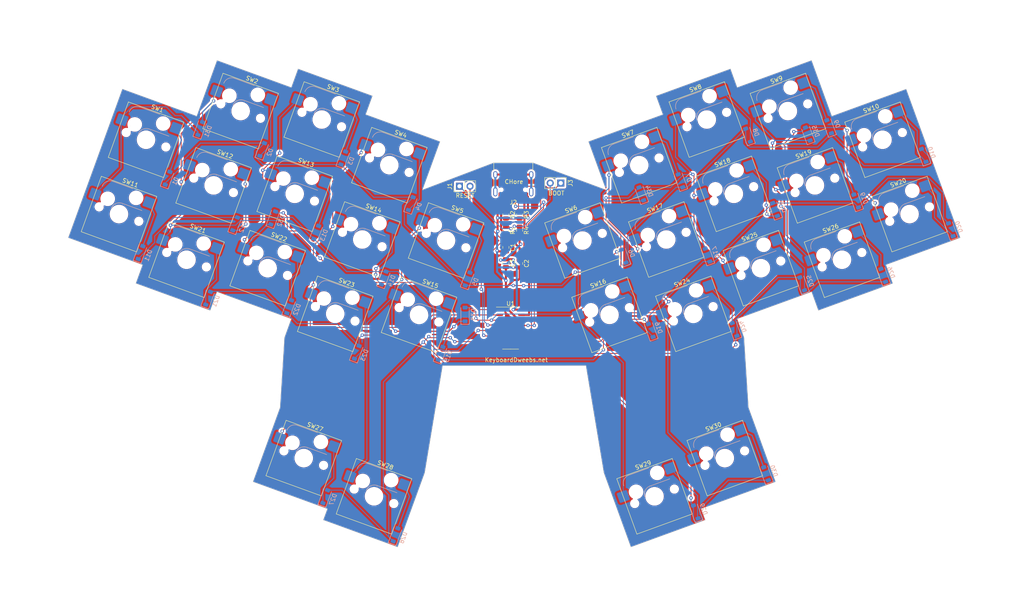
<source format=kicad_pcb>
(kicad_pcb (version 20221018) (generator pcbnew)
  (layers (0 "F.Cu" signal) (31 "B.Cu" signal) (34 "B.Paste" user) (35 "F.Paste" user) (36 "B.SilkS" user "B.Silkscreen") (37 "F.SilkS" user "F.Silkscreen") (38 "B.Mask" user) (39 "F.Mask" user) (44 "Edge.Cuts" user))
  (net 0 "")
  (net 1 "Net-(D1-A)")
  (net 2 "Net-(D2-K)")
  (net 3 "Net-(D3-A)")
  (net 4 "Net-(D4-K)")
  (net 5 "Net-(D5-A)")
  (net 6 "Net-(D6-K)")
  (net 7 "Net-(D7-A)")
  (net 8 "Net-(D8-K)")
  (net 9 "Net-(D9-A)")
  (net 10 "Net-(D10-K)")
  (net 11 "Net-(D11-A)")
  (net 12 "Net-(D12-K)")
  (net 13 "Net-(D13-A)")
  (net 14 "Net-(D14-K)")
  (net 15 "Net-(D15-A)")
  (net 16 "Net-(D16-K)")
  (net 17 "Net-(D17-A)")
  (net 18 "Net-(D18-K)")
  (net 19 "Net-(D19-A)")
  (net 20 "Net-(D20-K)")
  (net 21 "Net-(D21-K)")
  (net 22 "Net-(D22-A)")
  (net 23 "Net-(D23-K)")
  (net 24 "Net-(D24-A)")
  (net 25 "Net-(D25-K)")
  (net 26 "Net-(D26-A)")
  (net 27 "Net-(D27-K)")
  (net 28 "Net-(D28-A)")
  (net 29 "Net-(D29-K)")
  (net 30 "Net-(D30-A)")
  (net 31 "/ROW0")
  (net 32 "/ROW1")
  (net 33 "/ROW2")
  (net 34 "/COL0")
  (net 35 "/COL1")
  (net 36 "/COL2")
  (net 38 "/RESET")
  (net 39 "/GND")
  (net 40 "/5v")
  (net 41 "/3V3")
  (net 42 "Net-(J1-Pin_1)")
  (net 43 "Net-(J2-CC1)")
  (net 44 "/DATA+")
  (net 45 "/DATA-")
  (net 47 "Net-(J2-CC2)")
  (net 49 "unconnected-(J2-SHIELD-PadS1)")
  (net 50 "Net-(J3-Pin_2)")
  (net 51 "/COL3")
  (net 52 "/COL4")
  (net 53 "/ROW3")
  (net 54 "Net-(D31-K)")
  (net 55 "Net-(D32-K)")
  (net 56 "Net-(D33-K)")
  (net 57 "Net-(D34-K)")
  (net 58 "Net-(D35-K)")
  (footprint "PCM_Switch_Keyboard_Hotswap_Kailh:SW_Hotswap_Kailh_MX_1.00u" (layer "F.Cu") (at 211.018324 87.050144 20)
    (fp_text reference "SW25")
    (fp_text value "SW_PUSH")
  )
  (footprint "PCM_Switch_Keyboard_Hotswap_Kailh:SW_Hotswap_Kailh_MX_1.00u" (layer "F.Cu") (at 224.032855 67.108802 20)
    (fp_text reference "SW19")
    (fp_text value "SW_PUSH")
  )
  (footprint "PCM_Switch_Keyboard_Hotswap_Kailh:SW_Hotswap_Kailh_MX_1.00u" (layer "F.Cu") (at 121.529037 62.238625 -20)
    (fp_text reference "SW4")
    (fp_text value "SW_PUSH")
  )
  (footprint "PCM_Switch_Keyboard_Hotswap_Kailh:SW_Hotswap_Kailh_MX_1.00u" (layer "F.Cu") (at 194.74605 98.040914 20)
    (fp_text reference "SW24")
    (fp_text value "SW_PUSH")
  )
  (footprint "Resistor_SMD:R_0805_2012Metric" (layer "F.Cu") (at 149.606 77.978 -90)
    (fp_text reference "R1")
    (fp_text value "330R")
  )
  (footprint "PCM_Switch_Keyboard_Hotswap_Kailh:SW_Hotswap_Kailh_MX_1.00u" (layer "F.Cu") (at 168.049003 80.389852 20)
    (fp_text reference "SW6")
    (fp_text value "SW_PUSH")
  )
  (footprint "PCM_Switch_Keyboard_Hotswap_Kailh:SW_Hotswap_Kailh_MX_1.00u" (layer "F.Cu") (at 240.305129 56.118032 20)
    (fp_text reference "SW10")
    (fp_text value "SW_PUSH")
  )
  (footprint "PCM_Switch_Keyboard_Hotswap_Kailh:SW_Hotswap_Kailh_MX_1.00u" (layer "F.Cu") (at 115.013554 80.139769 -20)
    (fp_text reference "SW14")
    (fp_text value "SW_PUSH")
  )
  (footprint "Package_SO:STC_SOP-16_3.9x9.9mm_P1.27mm" (layer "F.Cu") (at 150.732 101.473)
    (fp_text reference "U1")
    (fp_text value "CH552G")
  )
  (footprint "Capacitor_SMD:C_0805_2012Metric" (layer "F.Cu") (at 149.606 85.852 -90)
    (fp_text reference "C3")
    (fp_text value "100n")
  )
  (footprint "PCM_Switch_Keyboard_Hotswap_Kailh:SW_Hotswap_Kailh_MX_1.00u" (layer "F.Cu") (at 128.679634 98.290997 -20)
    (fp_text reference "SW15")
    (fp_text value "SW_PUSH")
  )
  (footprint "PCM_Switch_Keyboard_Hotswap_Kailh:SW_Hotswap_Kailh_MX_1.00u" (layer "F.Cu") (at 85.726748 49.207657 -20)
    (fp_text reference "SW2")
    (fp_text value "SW_PUSH")
  )
  (footprint "Capacitor_SMD:C_0805_2012Metric" (layer "F.Cu") (at 149.606 82.042 -90)
    (fp_text reference "C1")
    (fp_text value "100n")
  )
  (footprint "PCM_Switch_Keyboard_Hotswap_Kailh:SW_Hotswap_Kailh_MX_1.00u" (layer "F.Cu") (at 197.987356 51.247855 20)
    (fp_text reference "SW8")
    (fp_text value "SW_PUSH")
  )
  (footprint "PCM_Switch_Keyboard_Hotswap_Kailh:SW_Hotswap_Kailh_MX_1.00u" (layer "F.Cu") (at 202.324409 132.786902 20)
    (fp_text reference "SW30")
    (fp_text value "SW_PUSH")
  )
  (footprint "Resistor_SMD:R_0805_2012Metric" (layer "F.Cu") (at 152.908 74.168 -90)
    (fp_text reference "R3")
    (fp_text value "5.1k")
  )
  (footprint "PCM_Switch_Keyboard_Hotswap_Kailh:SW_Hotswap_Kailh_MX_1.00u" (layer "F.Cu") (at 188.230566 80.139769 20)
    (fp_text reference "SW17")
    (fp_text value "SW_PUSH")
  )
  (footprint "PCM_Switch_Keyboard_Hotswap_Kailh:SW_Hotswap_Kailh_MX_1.00u" (layer "F.Cu") (at 79.211265 67.108802 -20)
    (fp_text reference "SW12")
    (fp_text value "SW_PUSH")
  )
  (footprint "PCM_Switch_Keyboard_Hotswap_Kailh:SW_Hotswap_Kailh_MX_1.00u" (layer "F.Cu") (at 185.400587 141.987557 20)
    (fp_text reference "SW29")
    (fp_text value "SW_PUSH")
  )
  (footprint "PCM_Switch_Keyboard_Hotswap_Kailh:SW_Hotswap_Kailh_MX_1.00u" (layer "F.Cu") (at 72.695781 85.009946 -20)
    (fp_text reference "SW21")
    (fp_text value "SW_PUSH")
  )
  (footprint "PCM_Switch_Keyboard_Hotswap_Kailh:SW_Hotswap_Kailh_MX_1.00u" (layer "F.Cu") (at 105.256764 51.247855 -20)
    (fp_text reference "SW3")
    (fp_text value "SW_PUSH")
  )
  (footprint "Connector_PinHeader_2.54mm:PinHeader_1x02_P2.54mm_Vertical" (layer "F.Cu") (at 138.425 67.31 90)
    (fp_text reference "J1")
    (fp_text value "Conn_01x02_Pin")
  )
  (footprint "PCM_Switch_Keyboard_Hotswap_Kailh:SW_Hotswap_Kailh_MX_1.00u" (layer "F.Cu") (at 62.938991 56.118032 -20)
    (fp_text reference "SW1")
    (fp_text value "SW_PUSH")
  )
  (footprint "PCM_Switch_Keyboard_Hotswap_Kailh:SW_Hotswap_Kailh_MX_1.00u" (layer "F.Cu") (at 174.564486 98.290997 20)
    (fp_text reference "SW16")
    (fp_text value "SW_PUSH")
  )
  (footprint "Connector_USB:USB_C_Receptacle_HRO_TYPE-C-31-M-12" (layer "F.Cu") (at 151.388 65.551 180)
    (fp_text reference "J2")
    (fp_text value "USB_C_Receptacle_USB2.0")
  )
  (footprint "Connector_PinHeader_2.54mm:PinHeader_1x02_P2.54mm_Vertical" (layer "F.Cu") (at 162.819 66.548 -90)
    (fp_text reference "J3")
    (fp_text value "Conn_01x02_Pin")
  )
  (footprint "PCM_Switch_Keyboard_Hotswap_Kailh:SW_Hotswap_Kailh_MX_1.00u" (layer "F.Cu") (at 100.919711 132.786902 -20)
    (fp_text reference "SW27")
    (fp_text value "SW_PUSH")
  )
  (footprint "PCM_Switch_Keyboard_Hotswap_Kailh:SW_Hotswap_Kailh_MX_1.00u" (layer "F.Cu") (at 108.49807 98.040914 -20)
    (fp_text reference "SW23")
    (fp_text value "SW_PUSH")
  )
  (footprint "PCM_Switch_Keyboard_Hotswap_Kailh:SW_Hotswap_Kailh_MX_1.00u" (layer "F.Cu") (at 135.195117 80.389852 -20)
    (fp_text reference "SW5")
    (fp_text value "SW_PUSH")
  )
  (footprint "Resistor_SMD:R_0805_2012Metric" (layer "F.Cu") (at 149.606 74.168 -90)
    (fp_text reference "R2")
    (fp_text value "5.1k")
  )
  (footprint "PCM_Switch_Keyboard_Hotswap_Kailh:SW_Hotswap_Kailh_MX_1.00u" (layer "F.Cu") (at 117.843533 141.987557 -20)
    (fp_text reference "SW28")
    (fp_text value "SW_PUSH")
  )
  (footprint "PCM_Switch_Keyboard_Hotswap_Kailh:SW_Hotswap_Kailh_MX_1.00u" (layer "F.Cu") (at 217.517372 49.207657 20)
    (fp_text reference "SW9")
    (fp_text value "SW_PUSH")
  )
  (footprint "PCM_Switch_Keyboard_Hotswap_Kailh:SW_Hotswap_Kailh_MX_1.00u" (layer "F.Cu") (at 181.715083 62.238625 20)
    (fp_text reference "SW7")
    (fp_text value "SW_PUSH")
  )
  (footprint "PCM_Switch_Keyboard_Hotswap_Kailh:SW_Hotswap_Kailh_MX_1.00u" (layer "F.Cu") (at 230.548339 85.009946 20)
    (fp_text reference "SW26")
    (fp_text value "SW_PUSH")
  )
  (footprint "PCM_Switch_Keyboard_Hotswap_Kailh:SW_Hotswap_Kailh_MX_1.00u" (layer "F.Cu") (at 56.423508 74.019176 -20)
    (fp_text reference "SW11")
    (fp_text value "SW_PUSH")
  )
  (footprint "PCM_Switch_Keyboard_Hotswap_Kailh:SW_Hotswap_Kailh_MX_1.00u" (layer "F.Cu") (at 92.225796 87.050144 -20)
    (fp_text reference "SW22")
    (fp_text value "SW_PUSH")
  )
  (footprint "Capacitor_SMD:C_0805_2012Metric" (layer "F.Cu") (at 152.908 85.918 -90)
    (fp_text reference "C2")
    (fp_text value "100n")
  )
  (footprint "PCM_Switch_Keyboard_Hotswap_Kailh:SW_Hotswap_Kailh_MX_1.00u" (layer "F.Cu") (at 246.820612 74.019176 20)
    (fp_text reference "SW20")
    (fp_text value "SW_PUSH")
  )
  (footprint "PCM_Switch_Keyboard_Hotswap_Kailh:SW_Hotswap_Kailh_MX_1.00u" (layer "F.Cu") (at 204.50284 69.148999 20)
    (fp_text reference "SW18")
    (fp_text value "SW_PUSH")
  )
  (footprint "PCM_Switch_Keyboard_Hotswap_Kailh:SW_Hotswap_Kailh_MX_1.00u" (layer "F.Cu") (at 98.74128 69.148999 -20)
    (fp_text reference "SW13")
    (fp_text value "SW_PUSH")
  )
  (footprint "Resistor_SMD:R_0805_2012Metric" (layer "F.Cu") (at 152.908 77.978 -90)
    (fp_text reference "R4")
    (fp_text value "10K")
  )
  (footprint "Diode_SMD:D_SOD-123" (layer "B.Cu") (at 177.97775 84.161477 110)
    (fp_text reference "D6")
    (fp_text value "1N4148W")
  )
  (footprint "Diode_SMD:D_SOD-123" (layer "B.Cu") (at 207.916103 55.01948 110)
    (fp_text reference "D8")
    (fp_text value "1N4148W")
  )
  (footprint "Diode_SMD:D_SOD-123" (layer "B.Cu") (at 184.493233 102.062622 110)
    (fp_text reference "D16")
    (fp_text value "1N4148W")
  )
  (footprint "Diode_SMD:D_SOD-123" (layer "B.Cu") (at 214.431587 72.920624 110)
    (fp_text reference "D18")
    (fp_text value "1N4148W")
  )
  (footprint "Diode_SMD:D_SOD-123" (layer "B.Cu") (at 61.605015 83.290484 70)
    (fp_text reference "D11")
    (fp_text value "1N4148W")
  )
  (footprint "Diode_SMD:D_SOD-123" (layer "B.Cu") (at 93.555667 74.950493 70)
    (fp_text reference "D32")
    (fp_text value "1N4148W")
  )
  (footprint "Diode_SMD:D_SOD-123" (layer "B.Cu") (at 123.02504 151.258865 70)
    (fp_text reference "D28")
    (fp_text value "1N4148W")
  )
  (footprint "Diode_SMD:D_SOD-123" (layer "B.Cu") (at 256.749359 77.790801 110)
    (fp_text reference "D20")
    (fp_text value "1N4148W")
  )
  (footprint "Diode_SMD:D_SOD-123" (layer "B.Cu") (at 120.195061 89.411077 70)
    (fp_text reference "D14")
    (fp_text value "1N4148W")
  )
  (footprint "Diode_SMD:D_SOD-123" (layer "B.Cu") (at 227.446119 52.979282 110)
    (fp_text reference "D9")
    (fp_text value "1N4148W")
  )
  (footprint "Diode_SMD:D_SOD-123" (layer "B.Cu") (at 222.31 54.7375 110)
    (fp_text reference "D35")
    (fp_text value "1N4148W")
  )
  (footprint "Diode_SMD:D_SOD-123" (layer "B.Cu") (at 240.477086 88.781571 110)
    (fp_text reference "D26")
    (fp_text value "1N4148W")
  )
  (footprint "Diode_SMD:D_SOD-123" (layer "B.Cu") (at 106.101218 142.05821 70)
    (fp_text reference "D27")
    (fp_text value "1N4148W")
  )
  (footprint "Diode_SMD:D_SOD-123" (layer "B.Cu") (at 126.710544 71.509933 70)
    (fp_text reference "D4")
    (fp_text value "1N4148W")
  )
  (footprint "Diode_SMD:D_SOD-123" (layer "B.Cu") (at 77.877288 94.281254 70)
    (fp_text reference "D21")
    (fp_text value "1N4148W")
  )
  (footprint "Diode_SMD:D_SOD-123" (layer "B.Cu") (at 250.233876 59.889657 110)
    (fp_text reference "D10")
    (fp_text value "1N4148W")
  )
  (footprint "Diode_SMD:D_SOD-123" (layer "B.Cu") (at 103.922787 78.420307 70)
    (fp_text reference "D13")
    (fp_text value "1N4148W")
  )
  (footprint "Diode_SMD:D_SOD-123" (layer "B.Cu") (at 113.679577 107.312222 70)
    (fp_text reference "D23")
    (fp_text value "1N4148W")
  )
  (footprint "Diode_SMD:D_SOD-123" (layer "B.Cu") (at 139.77 98.19 90)
    (fp_text reference "D33")
    (fp_text value "1N4148W")
  )
  (footprint "Diode_SMD:D_SOD-123" (layer "B.Cu") (at 84.392772 76.38011 70)
    (fp_text reference "D12")
    (fp_text value "1N4148W")
  )
  (footprint "Diode_SMD:D_SOD-123" (layer "B.Cu") (at 220.947071 90.821769 110)
    (fp_text reference "D25")
    (fp_text value "1N4148W")
  )
  (footprint "Diode_SMD:D_SOD-123" (layer "B.Cu") (at 97.407303 96.321452 70)
    (fp_text reference "D22")
    (fp_text value "1N4148W")
  )
  (footprint "Diode_SMD:D_SOD-123" (layer "B.Cu") (at 140.376624 89.66116 70)
    (fp_text reference "D5")
    (fp_text value "1N4148W")
  )
  (footprint "Diode_SMD:D_SOD-123" (layer "B.Cu") (at 198.159313 83.911394 110)
    (fp_text reference "D17")
    (fp_text value "1N4148W")
  )
  (footprint "Diode_SMD:D_SOD-123" (layer "B.Cu") (at 204.674797 101.812539 110)
    (fp_text reference "D24")
    (fp_text value "1N4148W")
  )
  (footprint "Diode_SMD:D_SOD-123" (layer "B.Cu") (at 195.329334 145.759182 110)
    (fp_text reference "D29")
    (fp_text value "1N4148W")
  )
  (footprint "Diode_SMD:D_SOD-123" (layer "B.Cu") (at 233.961602 70.880427 110)
    (fp_text reference "D19")
    (fp_text value "1N4148W")
  )
  (footprint "Diode_SMD:D_SOD-123" (layer "B.Cu") (at 182.22 69.15 110)
    (fp_text reference "D34")
    (fp_text value "1N4148W")
  )
  (footprint "Diode_SMD:D_SOD-123" (layer "B.Cu") (at 90.908255 58.478965 70)
    (fp_text reference "D2")
    (fp_text value "1N4148W")
  )
  (footprint "Diode_SMD:D_SOD-123" (layer "B.Cu") (at 68.120498 65.38934 70)
    (fp_text reference "D1")
    (fp_text value "1N4148W")
  )
  (footprint "Diode_SMD:D_SOD-123" (layer "B.Cu") (at 133.861141 107.562305 70)
    (fp_text reference "D15")
    (fp_text value "1N4148W")
  )
  (footprint "Diode_SMD:D_SOD-123" (layer "B.Cu") (at 212.253156 136.558527 110)
    (fp_text reference "D30")
    (fp_text value "1N4148W")
  )
  (footprint "Diode_SMD:D_SOD-123" (layer "B.Cu") (at 110.438271 60.519163 70)
    (fp_text reference "D3")
    (fp_text value "1N4148W")
  )
  (footprint "Diode_SMD:D_SOD-123" (layer "B.Cu") (at 191.64383 66.01025 110)
    (fp_text reference "D7")
    (fp_text value "1N4148W")
  )
  (footprint "Diode_SMD:D_SOD-123" (layer "B.Cu") (at 75.99 53.41 70)
    (fp_text reference "D31")
    (fp_text value "1N4148W")
  )
  (gr_line (start 205.3 43.52) (end 203.68 39.04) (stroke (width 0.1)) (layer "Edge.Cuts"))
  (gr_line (start 146.68 61.65) (end 129.51 68.18) (stroke (width 0.1)) (layer "Edge.Cuts"))
  (gr_line (start 224.85 97.22) (end 242.76 90.7) (stroke (width 0.1)) (layer "Edge.Cuts"))
  (gr_line (start 259.03 79.71) (end 246 43.91) (stroke (width 0.1)) (layer "Edge.Cuts"))
  (gr_line (start 246 43.91) (end 228.09 50.43) (stroke (width 0.1)) (layer "Edge.Cuts"))
  (gr_line (start 242.76 90.7) (end 241.13 86.23) (stroke (width 0.1)) (layer "Edge.Cuts"))
  (gr_line (start 97.93 43.52) (end 80.04 37) (stroke (width 0.1)) (layer "Edge.Cuts"))
  (gr_line (start 197.62 147.68) (end 196.63 144.99) (stroke (width 0.1)) (layer "Edge.Cuts"))
  (gr_line (start 130.05 136.3) (end 134.36 110.51) (stroke (width 0.1)) (layer "Edge.Cuts"))
  (gr_line (start 44.21 79.71) (end 62.11 86.24) (stroke (width 0.1)) (layer "Edge.Cuts"))
  (gr_line (start 123.53 154.2) (end 130.05 136.3) (stroke (width 0.1)) (layer "Edge.Cuts"))
  (gr_line (start 241.13 86.23) (end 259.03 79.71) (stroke (width 0.1)) (layer "Edge.Cuts"))
  (gr_line (start 75.15 50.42) (end 57.24 43.9) (stroke (width 0.1)) (layer "Edge.Cuts"))
  (gr_line (start 133.74 56.55) (end 115.84 50.03) (stroke (width 0.1)) (layer "Edge.Cuts"))
  (gr_line (start 80.02 92.74) (end 97.92 99.26) (stroke (width 0.1)) (layer "Edge.Cuts"))
  (gr_line (start 228.09 50.43) (end 223.21 37) (stroke (width 0.1)) (layer "Edge.Cuts"))
  (gr_line (start 60.49 90.7) (end 78.39 97.22) (stroke (width 0.1)) (layer "Edge.Cuts"))
  (gr_line (start 196.63 144.99) (end 214.54 138.48) (stroke (width 0.1)) (layer "Edge.Cuts"))
  (gr_line (start 105.63 147.68) (end 123.53 154.2) (stroke (width 0.1)) (layer "Edge.Cuts"))
  (gr_line (start 96.29 103.74) (end 95.23 120.58) (stroke (width 0.1)) (layer "Edge.Cuts"))
  (gr_line (start 214.54 138.48) (end 208.02 120.58) (stroke (width 0.1)) (layer "Edge.Cuts"))
  (gr_line (start 156.12 61.65) (end 146.68 61.65) (stroke (width 0.1)) (layer "Edge.Cuts"))
  (gr_line (start 95.23 120.58) (end 88.71 138.48) (stroke (width 0.1)) (layer "Edge.Cuts"))
  (gr_line (start 129.51 68.18) (end 133.74 56.55) (stroke (width 0.1)) (layer "Edge.Cuts"))
  (gr_line (start 97.92 99.26) (end 96.29 103.74) (stroke (width 0.1)) (layer "Edge.Cuts"))
  (gr_line (start 80.04 37) (end 75.15 50.42) (stroke (width 0.1)) (layer "Edge.Cuts"))
  (gr_line (start 173.2 136.3) (end 179.71 154.2) (stroke (width 0.1)) (layer "Edge.Cuts"))
  (gr_line (start 88.71 138.48) (end 106.62 145) (stroke (width 0.1)) (layer "Edge.Cuts"))
  (gr_line (start 106.62 145) (end 105.63 147.68) (stroke (width 0.1)) (layer "Edge.Cuts"))
  (gr_line (start 187.41 50.03) (end 169.5 56.55) (stroke (width 0.1)) (layer "Edge.Cuts"))
  (gr_line (start 168.88 110.5) (end 173.2 136.3) (stroke (width 0.1)) (layer "Edge.Cuts"))
  (gr_line (start 117.47 45.55) (end 99.56 39.04) (stroke (width 0.1)) (layer "Edge.Cuts"))
  (gr_line (start 57.24 43.9) (end 44.21 79.71) (stroke (width 0.1)) (layer "Edge.Cuts"))
  (gr_line (start 208.02 120.58) (end 206.95 103.73) (stroke (width 0.1)) (layer "Edge.Cuts"))
  (gr_line (start 223.21 37) (end 205.3 43.52) (stroke (width 0.1)) (layer "Edge.Cuts"))
  (gr_line (start 203.68 39.04) (end 185.78 45.56) (stroke (width 0.1)) (layer "Edge.Cuts"))
  (gr_line (start 185.78 45.56) (end 187.41 50.03) (stroke (width 0.1)) (layer "Edge.Cuts"))
  (gr_line (start 115.84 50.03) (end 117.47 45.55) (stroke (width 0.1)) (layer "Edge.Cuts"))
  (gr_line (start 169.5 56.55) (end 173.74 68.19) (stroke (width 0.1)) (layer "Edge.Cuts"))
  (gr_line (start 179.71 154.2) (end 197.62 147.68) (stroke (width 0.1)) (layer "Edge.Cuts"))
  (gr_line (start 62.11 86.24) (end 60.49 90.7) (stroke (width 0.1)) (layer "Edge.Cuts"))
  (gr_line (start 78.39 97.22) (end 80.02 92.74) (stroke (width 0.1)) (layer "Edge.Cuts"))
  (gr_line (start 205.33 99.25) (end 223.23 92.74) (stroke (width 0.1)) (layer "Edge.Cuts"))
  (gr_line (start 134.36 110.51) (end 168.88 110.5) (stroke (width 0.1)) (layer "Edge.Cuts"))
  (gr_line (start 206.95 103.73) (end 205.33 99.25) (stroke (width 0.1)) (layer "Edge.Cuts"))
  (gr_line (start 99.56 39.04) (end 97.93 43.52) (stroke (width 0.1)) (layer "Edge.Cuts"))
  (gr_line (start 223.23 92.74) (end 224.85 97.22) (stroke (width 0.1)) (layer "Edge.Cuts"))
  (gr_line (start 173.74 68.19) (end 156.12 61.65) (stroke (width 0.1)) (layer "Edge.Cuts"))
  (gr_text "BOOT" (at 159.72 69.58) (layer "F.SilkS") (effects (font (size 1 1)) (justify left bottom)))
  (gr_text "KeyboardDweebs.net\n" (at 144.44 109.72) (layer "F.SilkS") (effects (font (size 1 1)) (justify left bottom)))
  (gr_text "RESET\n" (at 137.43 70.15) (layer "F.SilkS") (effects (font (size 1 1)) (justify left bottom)))
  (gr_text "CHore" (at 149.23 66.82) (layer "F.SilkS") (effects (font (size 1 1)) (justify left bottom)))
  (segment (start 70.166138 53.342475) (end 71.47982 56.159675) (width 0.25) (layer "B.Cu") (net 1))
  (segment (start 71.47982 56.159675) (end 68.684831 63.838847) (width 0.25) (layer "B.Cu") (net 1))
  (segment (start 92.953895 46.4321) (end 92.953895 57.419485) (width 0.2) (layer "B.Cu") (net 2))
  (segment (start 92.953895 57.419485) (end 90.343922 60.029458) (width 0.2) (layer "B.Cu") (net 2))
  (segment (start 113.797592 51.289498) (end 111.002604 58.96867) (width 0.25) (layer "B.Cu") (net 3))
  (segment (start 112.483911 48.472298) (end 113.797592 51.289498) (width 0.25) (layer "B.Cu") (net 3))
  (segment (start 128.756184 70.450453) (end 126.146211 73.060426) (width 0.2) (layer "B.Cu") (net 4))
  (segment (start 128.756184 59.463068) (end 128.756184 70.450453) (width 0.2) (layer "B.Cu") (net 4))
  (segment (start 142.422264 77.614295) (end 143.735945 80.431497) (width 0.25) (layer "B.Cu") (net 5))
  (segment (start 143.735945 80.431497) (end 140.940957 88.110667) (width 0.25) (layer "B.Cu") (net 5))
  (segment (start 171.801225 73.618132) (end 178.542083 80.35899) (width 0.2) (layer "B.Cu") (net 6))
  (segment (start 178.542083 80.35899) (end 178.542083 85.71197) (width 0.2) (layer "B.Cu") (net 6))
  (segment (start 188.284507 56.780588) (end 191.079497 64.459757) (width 0.25) (layer "B.Cu") (net 7))
  (segment (start 185.467305 55.466905) (end 188.284507 56.780588) (width 0.25) (layer "B.Cu") (net 7))
  (segment (start 201.739578 44.476135) (end 208.480436 51.216993) (width 0.2) (layer "B.Cu") (net 8))
  (segment (start 208.480436 51.216993) (end 208.480436 56.569973) (width 0.2) (layer "B.Cu") (net 8))
  (segment (start 224.086796 43.74962) (end 226.881786 51.428789) (width 0.25) (layer "B.Cu") (net 9))
  (segment (start 221.269594 42.435937) (end 224.086796 43.74962) (width 0.25) (layer "B.Cu") (net 9))
  (segment (start 248.672489 59.31443) (end 250.798209 61.44015) (width 0.2) (layer "B.Cu") (net 10))
  (segment (start 244.057351 49.346312) (end 248.672489 53.96145) (width 0.2) (layer "B.Cu") (net 10))
  (segment (start 248.672489 53.96145) (end 248.672489 59.31443) (width 0.2) (layer "B.Cu") (net 10))
  (segment (start 64.964337 74.06082) (end 62.169348 81.739991) (width 0.25) (layer "B.Cu") (net 11))
  (segment (start 63.650655 71.243619) (end 64.964337 74.06082) (width 0.25) (layer "B.Cu") (net 11))
  (segment (start 86.97 66.93) (end 86.82 66.78) (width 0.2) (layer "F.Cu") (net 12))
  (segment (start 86.97 76.4) (end 86.97 66.93) (width 0.2) (layer "F.Cu") (net 12))
  (via (at 86.82 66.78) (size 0.8) (drill 0.4) (layers "F.Cu" "B.Cu") (net 12))
  (via (at 86.97 76.4) (size 0.8) (drill 0.4) (layers "F.Cu" "B.Cu") (net 12))
  (segment (start 86.82 66.78) (end 86.82 64.714833) (width 0.2) (layer "B.Cu") (net 12))
  (segment (start 86.82 64.714833) (end 86.438412 64.333245) (width 0.2) (layer "B.Cu") (net 12))
  (segment (start 83.828439 77.930603) (end 85.439397 77.930603) (width 0.2) (layer "B.Cu") (net 12))
  (segment (start 85.439397 77.930603) (end 86.97 76.4) (width 0.2) (layer "B.Cu") (net 12))
  (segment (start 105.968427 66.373442) (end 107.282109 69.190643) (width 0.25) (layer "B.Cu") (net 13))
  (segment (start 107.282109 69.190643) (end 104.48712 76.869814) (width 0.25) (layer "B.Cu") (net 13))
  (segment (start 118.3 87.161084) (end 118.3 88.490084) (width 0.2) (layer "F.Cu") (net 14))
  (segment (start 118.3 88.490084) (end 118.23 88.560084) (width 0.2) (layer "F.Cu") (net 14))
  (via (at 118.23 88.560084) (size 0.8) (drill 0.4) (layers "F.Cu" "B.Cu") (net 14))
  (via (at 118.3 87.161084) (size 0.8) (drill 0.4) (layers "F.Cu" "B.Cu") (net 14))
  (segment (start 118.23 88.560084) (end 118.23 89.560842) (width 0.2) (layer "B.Cu") (net 14))
  (segment (start 118.23 89.560842) (end 119.630728 90.96157) (width 0.2) (layer "B.Cu") (net 14))
  (segment (start 122.240701 77.364212) (end 122.240701 83.220383) (width 0.2) (layer "B.Cu") (net 14))
  (segment (start 122.240701 83.220383) (end 118.3 87.161084) (width 0.2) (layer "B.Cu") (net 14))
  (segment (start 135.906781 95.51544) (end 137.220463 98.332641) (width 0.25) (layer "B.Cu") (net 15))
  (segment (start 137.220463 98.332641) (end 134.425474 106.011812) (width 0.25) (layer "B.Cu") (net 15))
  (segment (start 180.563125 93.765694) (end 180.563125 99.118674) (width 0.2) (layer "B.Cu") (net 16))
  (segment (start 178.316708 91.519277) (end 180.563125 93.765694) (width 0.2) (layer "B.Cu") (net 16))
  (segment (start 180.563125 99.118674) (end 185.057566 103.613115) (width 0.2) (layer "B.Cu") (net 16))
  (segment (start 194.799989 74.681731) (end 197.59498 82.360901) (width 0.25) (layer "B.Cu") (net 17))
  (segment (start 191.982788 73.368049) (end 194.799989 74.681731) (width 0.25) (layer "B.Cu") (net 17))
  (segment (start 212.42 71.96) (end 212.32 71.86) (width 0.2) (layer "F.Cu") (net 18))
  (segment (start 212.42 74.01) (end 212.42 71.96) (width 0.2) (layer "F.Cu") (net 18))
  (via (at 212.32 71.86) (size 0.8) (drill 0.4) (layers "F.Cu" "B.Cu") (net 18))
  (via (at 212.42 74.01) (size 0.8) (drill 0.4) (layers "F.Cu" "B.Cu") (net 18))
  (segment (start 214.99592 74.471117) (end 212.881117 74.471117) (width 0.2) (layer "B.Cu") (net 18))
  (segment (start 212.881117 74.471117) (end 212.42 74.01) (width 0.2) (layer "B.Cu") (net 18))
  (segment (start 212.32 71.86) (end 212.32 66.442217) (width 0.2) (layer "B.Cu") (net 18))
  (segment (start 212.32 66.442217) (end 208.255062 62.377279) (width 0.2) (layer "B.Cu") (net 18))
  (segment (start 227.785077 60.337082) (end 230.602278 61.650764) (width 0.25) (layer "B.Cu") (net 19))
  (segment (start 230.602278 61.650764) (end 233.397269 69.329934) (width 0.25) (layer "B.Cu") (net 19))
  (segment (start 250.572834 67.247456) (end 252.819251 69.493873) (width 0.2) (layer "B.Cu") (net 20))
  (segment (start 257.313692 79.341294) (end 252.819251 74.846853) (width 0.2) (layer "B.Cu") (net 20))
  (segment (start 252.819251 69.493873) (end 252.819251 74.846853) (width 0.2) (layer "B.Cu") (net 20))
  (segment (start 77.312955 92.441438) (end 77.312955 95.831747) (width 0.2) (layer "B.Cu") (net 21))
  (segment (start 79.922928 82.234389) (end 79.922928 89.831465) (width 0.2) (layer "B.Cu") (net 21))
  (segment (start 79.922928 89.831465) (end 77.312955 92.441438) (width 0.2) (layer "B.Cu") (net 21))
  (segment (start 97.971636 89.547817) (end 97.971636 94.770959) (width 0.2) (layer "B.Cu") (net 22))
  (segment (start 99.452943 84.274587) (end 99.452943 88.06651) (width 0.2) (layer "B.Cu") (net 22))
  (segment (start 99.452943 88.06651) (end 97.971636 89.547817) (width 0.2) (layer "B.Cu") (net 22))
  (segment (start 115.725217 106.252742) (end 113.115244 108.862715) (width 0.2) (layer "B.Cu") (net 23))
  (segment (start 115.725217 95.265357) (end 115.725217 106.252742) (width 0.2) (layer "B.Cu") (net 23))
  (segment (start 204.110464 96.881386) (end 204.110464 100.262046) (width 0.2) (layer "B.Cu") (net 24))
  (segment (start 198.498272 91.269194) (end 204.110464 96.881386) (width 0.2) (layer "B.Cu") (net 24))
  (segment (start 221.511404 87.019282) (end 221.511404 92.372262) (width 0.2) (layer "B.Cu") (net 25))
  (segment (start 214.770546 80.278424) (end 221.511404 87.019282) (width 0.2) (layer "B.Cu") (net 25))
  (segment (start 239.912753 83.850418) (end 239.912753 87.231078) (width 0.2) (layer "B.Cu") (net 26))
  (segment (start 234.300561 78.238226) (end 239.912753 83.850418) (width 0.2) (layer "B.Cu") (net 26))
  (segment (start 108.146858 130.011345) (end 108.146858 137.608421) (width 0.2) (layer "B.Cu") (net 27))
  (segment (start 108.146858 137.608421) (end 105.536885 140.218394) (width 0.2) (layer "B.Cu") (net 27))
  (segment (start 105.536885 140.218394) (end 105.536885 143.608703) (width 0.2) (layer "B.Cu") (net 27))
  (segment (start 126.384362 142.0292) (end 123.589373 149.708372) (width 0.25) (layer "B.Cu") (net 28))
  (segment (start 125.07068 139.212) (end 126.384362 142.0292) (width 0.25) (layer "B.Cu") (net 28))
  (segment (start 195.762055 141.825083) (end 195.762055 147.178063) (width 0.2) (layer "B.Cu") (net 29))
  (segment (start 189.152809 135.215837) (end 195.762055 141.825083) (width 0.2) (layer "B.Cu") (net 29))
  (segment (start 195.762055 147.178063) (end 195.893667 147.309675) (width 0.2) (layer "B.Cu") (net 29))
  (segment (start 206.076631 126.015182) (end 208.893833 127.328865) (width 0.25) (layer "B.Cu") (net 30))
  (segment (start 208.893833 127.328865) (end 211.688823 135.008034) (width 0.25) (layer "B.Cu") (net 30))
  (segment (start 151.3845 91.22) (end 153.83 91.22) (width 0.2) (layer "F.Cu") (net 31))
  (segment (start 166.338533 87.991803) (end 171.398197 87.991803) (width 0.2) (layer "F.Cu") (net 31))
  (segment (start 153.83 91.22) (end 153.86 91.25) (width 0.2) (layer "F.Cu") (net 31))
  (segment (start 145.27 100.74) (end 147.984 100.74) (width 0.2) (layer "F.Cu") (net 31))
  (segment (start 147.984 100.74) (end 148.082 100.838) (width 0.2) (layer "F.Cu") (net 31))
  (segment (start 171.398197 87.991803) (end 176.29 83.1) (width 0.2) (layer "F.Cu") (net 31))
  (via (at 151.3845 91.22) (size 0.8) (drill 0.4) (layers "F.Cu" "B.Cu") (net 31))
  (via (at 176.29 83.1) (size 0.8) (drill 0.4) (layers "F.Cu" "B.Cu") (net 31))
  (via (at 153.86 91.25) (size 0.8) (drill 0.4) (layers "F.Cu" "B.Cu") (net 31))
  (via (at 166.338533 87.991803) (size 0.8) (drill 0.4) (layers "F.Cu" "B.Cu") (net 31))
  (via (at 145.27 100.74) (size 0.8) (drill 0.4) (layers "F.Cu" "B.Cu") (net 31))
  (segment (start 251.795263 60.464884) (end 249.669543 58.339164) (width 0.2) (layer "B.Cu") (net 31))
  (segment (start 177.413417 86.001293) (end 177.84769 86.435566) (width 0.2) (layer "B.Cu") (net 31))
  (segment (start 235.82823 62.347553) (end 250.497993 62.347553) (width 0.2) (layer "B.Cu") (net 31))
  (segment (start 76.040042 56.928472) (end 91.472588 56.928472) (width 0.2) (layer "B.Cu") (net 31))
  (segment (start 179.539137 85.819929) (end 179.236476 84.988374) (width 0.2) (layer "B.Cu") (net 31))
  (segment (start 109.873938 62.069656) (end 117.763722 69.95944) (width 0.2) (layer "B.Cu") (net 31))
  (segment (start 177.84769 86.435566) (end 178.241867 86.619373) (width 0.2) (layer "B.Cu") (net 31))
  (segment (start 192.208163 67.560743) (end 193.260014 67.560743) (width 0.2) (layer "B.Cu") (net 31))
  (segment (start 177.413417 82.610984) (end 177.413417 86.001293) (width 0.2) (layer "B.Cu") (net 31))
  (segment (start 91.472588 56.928472) (end 89.49562 58.90544) (width 0.2) (layer "B.Cu") (net 31))
  (segment (start 67.556165 66.56952) (end 71.7 62.425685) (width 0.2) (layer "B.Cu") (net 31))
  (segment (start 179.236476 84.988374) (end 179.009672 84.76157) (width 0.2) (layer "B.Cu") (net 31))
  (segment (start 117.763722 69.95944) (end 127.274877 69.95944) (width 0.2) (layer "B.Cu") (net 31))
  (segment (start 228.010452 54.529775) (end 235.82823 62.347553) (width 0.2) (layer "B.Cu") (net 31))
  (segment (start 176.924401 83.1) (end 177.413417 82.610984) (width 0.2) (layer "B.Cu") (net 31))
  (segment (start 127.274877 69.95944) (end 125.149157 72.08516) (width 0.2) (layer "B.Cu") (net 31))
  (segment (start 67.556165 66.939833) (end 67.556165 66.56952) (width 0.2) (layer "B.Cu") (net 31))
  (segment (start 224.650227 57.89) (end 228.010452 54.529775) (width 0.2) (layer "B.Cu") (net 31))
  (segment (start 89.49562 59.728723) (end 89.346868 60.137417) (width 0.2) (layer "B.Cu") (net 31))
  (segment (start 192.208163 67.560743) (end 190.584103 67.560743) (width 0.2) (layer "B.Cu") (net 31))
  (segment (start 208.382474 57.89) (end 224.650227 57.89) (width 0.2) (layer "B.Cu") (net 31))
  (segment (start 176.29 83.1) (end 176.924401 83.1) (width 0.2) (layer "B.Cu") (net 31))
  (segment (start 193.260014 67.560743) (end 207.35177 53.468987) (width 0.2) (layer "B.Cu") (net 31))
  (segment (start 251.611456 61.942286) (end 251.795263 61.548109) (width 0.2) (layer "B.Cu") (net 31))
  (segment (start 89.530675 60.531594) (end 91.068737 62.069656) (width 0.2) (layer "B.Cu") (net 31))
  (segment (start 89.346868 60.137417) (end 89.530675 60.531594) (width 0.2) (layer "B.Cu") (net 31))
  (segment (start 89.49562 58.90544) (end 89.49562 59.728723) (width 0.2) (layer "B.Cu") (net 31))
  (segment (start 144.42 91.211653) (end 151.376153 91.211653) (width 0.2) (layer "B.Cu") (net 31))
  (segment (start 153.86 91.25) (end 163.080336 91.25) (width 0.2) (layer "B.Cu") (net 31))
  (segment (start 178.241867 86.619373) (end 179.35533 86.214106) (width 0.2) (layer "B.Cu") (net 31))
  (segment (start 71.7 61.268514) (end 76.040042 56.928472) (width 0.2) (layer "B.Cu") (net 31))
  (segment (start 251.795263 61.548109) (end 251.795263 60.464884) (width 0.2) (layer "B.Cu") (net 31))
  (segment (start 151.376153 91.211653) (end 151.3845 91.22) (width 0.2) (layer "B.Cu") (net 31))
  (segment (start 207.35177 53.468987) (end 207.35177 56.859296) (width 0.2) (layer "B.Cu") (net 31))
  (segment (start 250.497993 62.347553) (end 251.611456 61.942286) (width 0.2) (layer "B.Cu") (net 31))
  (segment (start 125.149157 76.548519) (end 139.812291 91.211653) (width 0.2) (layer "B.Cu") (net 31))
  (segment (start 144.42 99.89) (end 145.27 100.74) (width 0.2) (layer "B.Cu") (net 31))
  (segment (start 163.080336 91.25) (end 166.338533 87.991803) (width 0.2) (layer "B.Cu") (net 31))
  (segment (start 190.584103 67.560743) (end 189.597423 68.547423) (width 0.2) (layer "B.Cu") (net 31))
  (segment (start 71.7 62.425685) (end 71.7 61.268514) (width 0.2) (layer "B.Cu") (net 31))
  (segment (start 139.812291 91.211653) (end 144.42 91.211653) (width 0.2) (layer "B.Cu") (net 31))
  (segment (start 178.996719 79.148127) (end 189.597423 68.547423) (width 0.2) (layer "B.Cu") (net 31))
  (segment (start 91.068737 62.069656) (end 109.873938 62.069656) (width 0.2) (layer "B.Cu") (net 31))
  (segment (start 178.804159 79.561073) (end 178.996719 79.148127) (width 0.2) (layer "B.Cu") (net 31))
  (segment (start 179.35533 86.214106) (end 179.539137 85.819929) (width 0.2) (layer "B.Cu") (net 31))
  (segment (start 207.35177 56.859296) (end 208.382474 57.89) (width 0.2) (layer "B.Cu") (net 31))
  (segment (start 144.42 91.211653) (end 144.42 99.89) (width 0.2) (layer "B.Cu") (net 31))
  (segment (start 179.009672 80.125715) (end 178.804159 79.561073) (width 0.2) (layer "B.Cu") (net 31))
  (segment (start 125.149157 72.08516) (end 125.149157 76.548519) (width 0.2) (layer "B.Cu") (net 31))
  (segment (start 179.009672 84.76157) (end 179.009672 80.125715) (width 0.2) (layer "B.Cu") (net 31))
  (segment (start 142.95 102.04) (end 148.014 102.04) (width 0.2) (layer "F.Cu") (net 32))
  (segment (start 178.274072 99.35) (end 182.9 99.35) (width 0.2) (layer "F.Cu") (net 32))
  (segment (start 173.1 104.524072) (end 178.274072 99.35) (width 0.2) (layer "F.Cu") (net 32))
  (segment (start 173.1 106.68) (end 173.1 104.524072) (width 0.2) (layer "F.Cu") (net 32))
  (segment (start 148.014 102.04) (end 148.082 102.108) (width 0.2) (layer "F.Cu") (net 32))
  (via (at 142.95 102.04) (size 0.8) (drill 0.4) (layers "F.Cu" "B.Cu") (net 32))
  (via (at 182.9 99.35) (size 0.8) (drill 0.4) (layers "F.Cu" "B.Cu") (net 32))
  (via (at 173.1 106.68) (size 0.8) (drill 0.4) (layers "F.Cu" "B.Cu") (net 32))
  (segment (start 254.99 75.045282) (end 256.185026 76.240308) (width 0.2) (layer "B.Cu") (net 32))
  (segment (start 233.465146 71.370131) (end 234.525935 72.43092) (width 0.2) (layer "B.Cu") (net 32))
  (segment (start 182.9 99.35) (end 182.9 99.483229) (width 0.2) (layer "B.Cu") (net 32))
  (segment (start 133.903603 106.62) (end 134.72569 106.919215) (width 0.2) (layer "B.Cu") (net 32))
  (segment (start 65.025056 80.856603) (end 65.025056 79.329118) (width 0.2) (layer "B.Cu") (net 32))
  (segment (start 183.9289 98.632575) (end 197.099588 85.461887) (width 0.2) (layer "B.Cu") (net 32))
  (segment (start 134.72569 106.919215) (end 138.070785 106.919215) (width 0.2) (layer "B.Cu") (net 32))
  (segment (start 198.723646 85.461887) (end 199.775498 85.461887) (width 0.2) (layer "B.Cu") (net 32))
  (segment (start 170.667202 109.112798) (end 173.1 106.68) (width 0.2) (layer "B.Cu") (net 32))
  (segment (start 111.248238 87.860584) (end 120.759394 87.860584) (width 0.2) (layer "B.Cu") (net 32))
  (segment (start 132.228273 96.462097) (end 132.228273 106.62) (width 0.2) (layer "B.Cu") (net 32))
  (segment (start 197.099588 85.461887) (end 198.723646 85.461887) (width 0.2) (layer "B.Cu") (net 32))
  (segment (start 199.775498 85.461887) (end 213.867254 71.370131) (width 0.2) (layer "B.Cu") (net 32))
  (segment (start 254.99 68.912092) (end 254.99 75.045282) (width 0.2) (layer "B.Cu") (net 32))
  (segment (start 213.867254 71.370131) (end 233.465146 71.370131) (width 0.2) (layer "B.Cu") (net 32))
  (segment (start 69.524557 74.829617) (end 84.957105 74.829617) (width 0.2) (layer "B.Cu") (net 32))
  (segment (start 120.759394 87.860584) (end 123.62676 87.860584) (width 0.2) (layer "B.Cu") (net 32))
  (segment (start 98.217271 74.829617) (end 103.358454 79.9708) (width 0.2) (layer "B.Cu") (net 32))
  (segment (start 251.440352 65.362444) (end 254.99 68.912092) (width 0.2) (layer "B.Cu") (net 32))
  (segment (start 103.358454 79.9708) (end 111.248238 87.860584) (width 0.2) (layer "B.Cu") (net 32))
  (segment (start 132.228273 108.044263) (end 133.296808 109.112798) (width 0.2) (layer "B.Cu") (net 32))
  (segment (start 183.9289 100.512129) (end 183.9289 98.632575) (width 0.2) (layer "B.Cu") (net 32))
  (segment (start 61.040682 84.840977) (end 65.025056 80.856603) (width 0.2) (layer "B.Cu") (net 32))
  (segment (start 241.594411 65.362444) (end 251.440352 65.362444) (width 0.2) (layer "B.Cu") (net 32))
  (segment (start 132.228273 106.62) (end 133.903603 106.62) (width 0.2) (layer "B.Cu") (net 32))
  (segment (start 138.070785 106.919215) (end 142.95 102.04) (width 0.2) (layer "B.Cu") (net 32))
  (segment (start 65.025056 79.329118) (end 69.524557 74.829617) (width 0.2) (layer "B.Cu") (net 32))
  (segment (start 182.9 99.483229) (end 183.9289 100.512129) (width 0.2) (layer "B.Cu") (net 32))
  (segment (start 123.62676 87.860584) (end 132.228273 96.462097) (width 0.2) (layer "B.Cu") (net 32))
  (segment (start 84.957105 74.829617) (end 98.217271 74.829617) (width 0.2) (layer "B.Cu") (net 32))
  (segment (start 234.525935 72.43092) (end 241.594411 65.362444) (width 0.2) (layer "B.Cu") (net 32))
  (segment (start 133.296808 109.112798) (end 170.667202 109.112798) (width 0.2) (layer "B.Cu") (net 32))
  (segment (start 132.228273 106.62) (end 132.228273 108.044263) (width 0.2) (layer "B.Cu") (net 32))
  (segment (start 136.46 107.74) (end 141.1 107.74) (width 0.2) (layer "F.Cu") (net 33))
  (segment (start 129.29 103.17) (end 133.86 107.74) (width 0.2) (layer "F.Cu") (net 33))
  (segment (start 202.87 107.57) (end 204.96 105.48) (width 0.2) (layer "F.Cu") (net 33))
  (segment (start 133.86 107.74) (end 136.46 107.74) (width 0.2) (layer "F.Cu") (net 33))
  (segment (start 142.922 105.918) (end 141.1 107.74) (width 0.2) (layer "F.Cu") (net 33))
  (segment (start 168.14 107.57) (end 202.87 107.57) (width 0.2) (layer "F.Cu") (net 33))
  (segment (start 167.97 107.74) (end 168.14 107.57) (width 0.2) (layer "F.Cu") (net 33))
  (segment (start 115.025717 103.17) (end 129.29 103.17) (width 0.2) (layer "F.Cu") (net 33))
  (segment (start 141.1 107.74) (end 167.97 107.74) (width 0.2) (layer "F.Cu") (net 33))
  (segment (start 148.082 105.918) (end 142.922 105.918) (width 0.2) (layer "F.Cu") (net 33))
  (via (at 204.96 105.48) (size 0.8) (drill 0.4) (layers "F.Cu" "B.Cu") (net 33))
  (via (at 115.025717 103.17) (size 0.8) (drill 0.4) (layers "F.Cu" "B.Cu") (net 33))
  (segment (start 222.324651 92.874398) (end 224.866985 90.332064) (width 0.2) (layer "B.Cu") (net 33))
  (segment (start 215.148724 89.271276) (end 220.382738 89.271276) (width 0.2) (layer "B.Cu") (net 33))
  (segment (start 96.84297 97.871945) (end 99.361939 100.390914) (width 0.2) (layer "B.Cu") (net 33))
  (segment (start 224.866985 90.332064) (end 241.041419 90.332064) (width 0.2) (layer "B.Cu") (net 33))
  (segment (start 204.96 105.48) (end 204.96 103.642162) (width 0.2) (layer "B.Cu") (net 33))
  (segment (start 91.602888 92.631863) (end 96.84297 97.871945) (width 0.2) (layer "B.Cu") (net 33))
  (segment (start 205.23913 99.972723) (end 204.87 99.603593) (width 0.2) (layer "B.Cu") (net 33))
  (segment (start 78.540519 92.631863) (end 91.602888 92.631863) (width 0.2) (layer "B.Cu") (net 33))
  (segment (start 204.96 103.642162) (end 205.23913 103.363032) (width 0.2) (layer "B.Cu") (net 33))
  (segment (start 108.873095 100.390914) (end 114.24391 105.761729) (width 0.2) (layer "B.Cu") (net 33))
  (segment (start 99.361939 100.390914) (end 108.873095 100.390914) (width 0.2) (layer "B.Cu") (net 33))
  (segment (start 220.51435 89.139664) (end 220.51435 92.264303) (width 0.2) (layer "B.Cu") (net 33))
  (segment (start 114.24391 105.761729) (end 114.24391 103.951807) (width 0.2) (layer "B.Cu") (net 33))
  (segment (start 220.817011 93.095858) (end 221.211188 93.279665) (width 0.2) (layer "B.Cu") (net 33))
  (segment (start 204.87 99.55) (end 215.148724 89.271276) (width 0.2) (layer "B.Cu") (net 33))
  (segment (start 221.211188 93.279665) (end 222.324651 92.874398) (width 0.2) (layer "B.Cu") (net 33))
  (segment (start 220.51435 92.264303) (end 220.817011 93.095858) (width 0.2) (layer "B.Cu") (net 33))
  (segment (start 78.441621 92.730761) (end 78.540519 92.631863) (width 0.2) (layer "B.Cu") (net 33))
  (segment (start 220.382738 89.271276) (end 220.51435 89.139664) (width 0.2) (layer "B.Cu") (net 33))
  (segment (start 114.24391 103.951807) (end 115.025717 103.17) (width 0.2) (layer "B.Cu") (net 33))
  (segment (start 205.23913 103.363032) (end 205.23913 99.972723) (width 0.2) (layer "B.Cu") (net 33))
  (segment (start 204.87 99.603593) (end 204.87 99.55) (width 0.2) (layer "B.Cu") (net 33))
  (segment (start 68.83 76.7) (end 71.41 74.12) (width 0.2) (layer "F.Cu") (net 34))
  (segment (start 145.95 97.028) (end 142.878 97.028) (width 0.2) (layer "F.Cu") (net 34))
  (segment (start 71.41 74.12) (end 71.41 66.28) (width 0.2) (layer "F.Cu") (net 34))
  (segment (start 136.32 90.47) (end 110.7 90.47) (width 0.2) (layer "F.Cu") (net 34))
  (segment (start 142.74 96.89) (end 136.32 90.47) (width 0.2) (layer "F.Cu") (net 34))
  (segment (start 71.41 66.28) (end 71.41 54.57) (width 0.2) (layer "F.Cu") (net 34))
  (segment (start 142.878 97.028) (end 142.74 96.89) (width 0.2) (layer "F.Cu") (net 34))
  (segment (start 110.7 90.47) (end 104.88 84.65) (width 0.2) (layer "F.Cu") (net 34))
  (segment (start 71.41 54.57) (end 79.21 46.77) (width 0.2) (layer "F.Cu") (net 34))
  (segment (start 148.082 97.028) (end 145.95 97.028) (width 0.2) (layer "F.Cu") (net 34))
  (via (at 68.83 76.7) (size 0.8) (drill 0.4) (layers "F.Cu" "B.Cu") (net 34))
  (via (at 79.21 46.77) (size 0.8) (drill 0.4) (layers "F.Cu" "B.Cu") (net 34))
  (via (at 71.41 66.28) (size 0.8) (drill 0.4) (layers "F.Cu" "B.Cu") (net 34))
  (via (at 104.88 84.65) (size 0.8) (drill 0.4) (layers "F.Cu" "B.Cu") (net 34))
  (segment (start 66.90679 80.199914) (end 68.83 78.276704) (width 0.2) (layer "B.Cu") (net 34))
  (segment (start 85.651498 75.553212) (end 84.50471 76.7) (width 0.2) (layer "B.Cu") (net 34))
  (segment (start 76.554333 51.859507) (end 76.554333 49.425667) (width 0.25) (layer "B.Cu") (net 34))
  (segment (start 76.554333 49.425667) (end 79.21 46.77) (width 0.25) (layer "B.Cu") (net 34))
  (segment (start 79.21 45.125382) (end 79.937757 44.397625) (width 0.2) (layer "B.Cu") (net 34))
  (segment (start 95.783212 75.553212) (end 85.651498 75.553212) (width 0.2) (layer "B.Cu") (net 34))
  (segment (start 73.422274 64.267726) (end 73.422274 62.29877) (width 0.2) (layer "B.Cu") (net 34))
  (segment (start 84.50471 76.7) (end 68.83 76.7) (width 0.2) (layer "B.Cu") (net 34))
  (segment (start 71.41 66.28) (end 73.422274 64.267726) (width 0.2) (layer "B.Cu") (net 34))
  (segment (start 79.21 46.77) (end 79.21 45.125382) (width 0.2) (layer "B.Cu") (net 34))
  (segment (start 68.83 78.276704) (end 68.83 76.7) (width 0.2) (layer "B.Cu") (net 34))
  (segment (start 104.88 84.65) (end 95.783212 75.553212) (width 0.2) (layer "B.Cu") (net 34))
  (segment (start 99.68 78.08) (end 96.95 78.08) (width 0.2) (layer "F.Cu") (net 35))
  (segment (start 102.499431 101.32) (end 102.499431 119.530569) (width 0.2) (layer "F.Cu") (net 35))
  (segment (start 96.95 78.08) (end 96.95 74.67) (width 0.2) (layer "F.Cu") (net 35))
  (segment (start 103.25 81.65) (end 99.68 78.08) (width 0.2) (layer "F.Cu") (net 35))
  (segment (start 107.9 66.07) (end 114.77 59.2) (width 0.2) (layer "F.Cu") (net 35))
  (segment (start 148.082 98.298) (end 141.1 98.298) (width 0.2) (layer "F.Cu") (net 35))
  (segment (start 128.974033 101.32) (end 102.499431 101.32) (width 0.2) (layer "F.Cu") (net 35))
  (segment (start 107.9 77) (end 107.9 66.07) (width 0.2) (layer "F.Cu") (net 35))
  (segment (start 141.1 98.298) (end 131.996033 98.298) (width 0.2) (layer "F.Cu") (net 35))
  (segment (start 96.95 74.67) (end 96.01 73.73) (width 0.2) (layer "F.Cu") (net 35))
  (segment (start 103.25 91.06) (end 103.25 81.65) (width 0.2) (layer "F.Cu") (net 35))
  (segment (start 103.25 81.65) (end 107.9 77) (width 0.2) (layer "F.Cu") (net 35))
  (segment (start 102.499431 91.810569) (end 102.499431 101.32) (width 0.2) (layer "F.Cu") (net 35))
  (segment (start 131.996033 98.298) (end 128.974033 101.32) (width 0.2) (layer "F.Cu") (net 35))
  (segment (start 102.499431 119.530569) (end 95.72 126.31) (width 0.2) (layer "F.Cu") (net 35))
  (segment (start 103.25 91.06) (end 102.499431 91.810569) (width 0.2) (layer "F.Cu") (net 35))
  (via (at 107.9 77) (size 0.8) (drill 0.4) (layers "F.Cu" "B.Cu") (net 35))
  (via (at 103.25 91.06) (size 0.8) (drill 0.4) (layers "F.Cu" "B.Cu") (net 35))
  (via (at 96.01 73.73) (size 0.8) (drill 0.4) (layers "F.Cu" "B.Cu") (net 35))
  (via (at 95.72 126.31) (size 0.8) (drill 0.4) (layers "F.Cu" "B.Cu") (net 35))
  (via (at 114.77 59.2) (size 0.8) (drill 0.4) (layers "F.Cu" "B.Cu") (net 35))
  (segment (start 114.77 59.2) (end 114.77 58.398639) (width 0.2) (layer "B.Cu") (net 35))
  (segment (start 114.77 58.398639) (end 115.740046 57.428593) (width 0.2) (layer "B.Cu") (net 35))
  (segment (start 107.9 77) (end 107.9 76.6543) (width 0.2) (layer "B.Cu") (net 35))
  (segment (start 103.25 91.06) (end 103.25 92.689961) (width 0.2) (layer "B.Cu") (net 35))
  (segment (start 95.72 127.38759) (end 95.13072 127.97687) (width 0.2) (layer "B.Cu") (net 35))
  (segment (start 107.9 76.6543) (end 109.224563 75.329737) (width 0.2) (layer "B.Cu") (net 35))
  (segment (start 103.25 92.689961) (end 102.709079 93.230882) (width 0.2) (layer "B.Cu") (net 35))
  (segment (start 94.45 73.73) (end 94.12 73.4) (width 0.2) (layer "B.Cu") (net 35))
  (segment (start 96.01 73.73) (end 94.45 73.73) (width 0.2) (layer "B.Cu") (net 35))
  (segment (start 95.72 126.31) (end 95.72 127.38759) (width 0.2) (layer "B.Cu") (net 35))
  (segment (start 146.12 99.58) (end 142.83 99.58) (width 0.2) (layer "F.Cu") (net 36))
  (segment (start 142.83 99.58) (end 142.38 99.13) (width 0.2) (layer "F.Cu") (net 36))
  (segment (start 146.132 99.568) (end 146.12 99.58) (width 0.2) (layer "F.Cu") (net 36))
  (segment (start 148.082 99.568) (end 146.132 99.568) (width 0.2) (layer "F.Cu") (net 36))
  (via (at 142.38 99.13) (size 0.8) (drill 0.4) (layers "F.Cu" "B.Cu") (net 36))
  (via (at 146.12 99.58) (size 0.8) (drill 0.4) (layers "F.Cu" "B.Cu") (net 36))
  (segment (start 160.52255 81.106912) (end 167.038033 87.622395) (width 0.2) (layer "B.Cu") (net 36))
  (segment (start 167.038033 98.32739) (end 167.038033 99.008057) (width 0.2) (layer "B.Cu") (net 36))
  (segment (start 167.038033 87.622395) (end 167.038033 98.32739) (width 0.2) (layer "B.Cu") (net 36))
  (segment (start 177.874134 109.844158) (end 177.874134 142.02395) (width 0.2) (layer "B.Cu") (net 36))
  (segment (start 160.52255 80.426245) (end 160.52255 81.106912) (width 0.2) (layer "B.Cu") (net 36))
  (segment (start 147.6 98.1) (end 166.810643 98.1) (width 0.2) (layer "B.Cu") (net 36))
  (segment (start 141.4 96.54) (end 139.77 96.54) (width 0.2) (layer "B.Cu") (net 36))
  (segment (start 142.38 97.52) (end 141.4 96.54) (width 0.2) (layer "B.Cu") (net 36))
  (segment (start 142.38 99.13) (end 142.38 97.52) (width 0.2) (layer "B.Cu") (net 36))
  (segment (start 167.038033 99.008057) (end 177.874134 109.844158) (width 0.2) (layer "B.Cu") (net 36))
  (segment (start 146.12 99.58) (end 147.6 98.1) (width 0.2) (layer "B.Cu") (net 36))
  (segment (start 166.810643 98.1) (end 167.038033 98.32739) (width 0.2) (layer "B.Cu") (net 36))
  (segment (start 148.20805 81.092) (end 149.606 81.092) (width 0.2) (layer "F.Cu") (net 38))
  (segment (start 148.082 103.378) (end 144.428 103.378) (width 0.2) (layer "F.Cu") (net 38))
  (segment (start 144.428 103.378) (end 144.26 103.21) (width 0.2) (layer "F.Cu") (net 38))
  (segment (start 140.965 72.451) (end 149.606 81.092) (width 0.2) (layer "F.Cu") (net 38))
  (segment (start 143.68 85.62005) (end 148.20805 81.092) (width 0.2) (layer "F.Cu") (net 38))
  (segment (start 143.68 92.1) (end 143.68 85.62005) (width 0.2) (layer "F.Cu") (net 38))
  (segment (start 140.965 67.31) (end 140.965 72.451) (width 0.2) (layer "F.Cu") (net 38))
  (via (at 143.68 92.1) (size 0.8) (drill 0.4) (layers "F.Cu" "B.Cu") (net 38))
  (via (at 144.26 103.21) (size 0.8) (drill 0.4) (layers "F.Cu" "B.Cu") (net 38))
  (segment (start 144.02 102.97) (end 144.02 92.44) (width 0.2) (layer "B.Cu") (net 38))
  (segment (start 144.26 103.21) (end 144.02 102.97) (width 0.2) (layer "B.Cu") (net 38))
  (segment (start 144.02 92.44) (end 143.68 92.1) (width 0.2) (layer "B.Cu") (net 38))
  (segment (start 147.6065 74.93) (end 147.6065 78.103256) (width 0.5) (layer "F.Cu") (net 39))
  (segment (start 149.606 96.452082) (end 149.606 92.39) (width 0.5) (layer "F.Cu") (net 39))
  (segment (start 153.382 99.568) (end 152.721918 99.568) (width 0.5) (layer "F.Cu") (net 39))
  (segment (start 147.674 82.992) (end 147.486 82.804) (width 0.5) (layer "F.Cu") (net 39))
  (segment (start 151.5345 75.0805) (end 151.384 74.93) (width 0.5) (layer "F.Cu") (net 39))
  (segment (start 152.908 75.0805) (end 151.5345 75.0805) (width 0.5) (layer "F.Cu") (net 39))
  (segment (start 149.606 91.796418) (end 149.606 92.39) (width 0.5) (layer "F.Cu") (net 39))
  (segment (start 151.384 86.868) (end 152.908 86.868) (width 0.5) (layer "F.Cu") (net 39))
  (segment (start 148.138 71.975) (end 148.138 69.596) (width 0.5) (layer "F.Cu") (net 39))
  (segment (start 149.606 86.802) (end 151.318 86.802) (width 0.5) (layer "F.Cu") (net 39))
  (segment (start 154.638 69.596) (end 154.9075 69.8655) (width 0.5) (layer "F.Cu") (net 39))
  (segment (start 152.721918 99.568) (end 149.606 96.452082) (width 0.5) (layer "F.Cu") (net 39))
  (segment (start 147.6065 74.93) (end 147.6065 72.562602) (width 0.5) (layer "F.Cu") (net 39))
  (segment (start 152.56 89.89) (end 151.512418 89.89) (width 0.5) (layer "F.Cu") (net 39))
  (segment (start 149.606 90.03) (end 149.606 86.802) (width 0.5) (layer "F.Cu") (net 39))
  (segment (start 147.6065 72.562602) (end 148.166051 72.003051) (width 0.5) (layer "F.Cu") (net 39))
  (segment (start 154.9075 69.8655) (end 154.9075 74.93) (width 0.5) (layer "F.Cu") (net 39))
  (segment (start 148.166051 72.003051) (end 148.138 71.975) (width 0.5) (layer "F.Cu") (net 39))
  (segment (start 149.606 82.992) (end 147.674 82.992) (width 0.5) (layer "F.Cu") (net 39))
  (segment (start 149.606 92.39) (end 149.606 90.03) (width 0.5) (layer "F.Cu") (net 39))
  (segment (start 147.6065 78.103256) (end 147.654622 78.151378) (width 0.5) (layer "F.Cu") (net 39))
  (segment (start 151.512418 89.89) (end 149.606 91.796418) (width 0.5) (layer "F.Cu") (net 39))
  (segment (start 152.908 89.542) (end 152.56 89.89) (width 0.5) (layer "F.Cu") (net 39))
  (segment (start 152.908 86.868) (end 152.908 89.542) (width 0.5) (layer "F.Cu") (net 39))
  (segment (start 149.606 75.0805) (end 151.2335 75.0805) (width 0.5) (layer "F.Cu") (net 39))
  (segment (start 151.318 86.802) (end 151.384 86.868) (width 0.5) (layer "F.Cu") (net 39))
  (segment (start 151.2335 75.0805) (end 151.384 74.93) (width 0.5) (layer "F.Cu") (net 39))
  (via (at 149.606 90.03) (size 0.8) (drill 0.4) (layers "F.Cu" "B.Cu") (net 39))
  (via (at 154.9075 74.93) (size 0.8) (drill 0.4) (layers "F.Cu" "B.Cu") (net 39))
  (via (at 147.486 82.804) (size 0.8) (drill 0.4) (layers "F.Cu" "B.Cu") (net 39))
  (via (at 147.6065 74.93) (size 0.8) (drill 0.4) (layers "F.Cu" "B.Cu") (net 39))
  (via (at 151.384 86.868) (size 0.8) (drill 0.4) (layers "F.Cu" "B.Cu") (net 39))
  (via (at 151.384 74.93) (size 0.8) (drill 0.4) (layers "F.Cu" "B.Cu") (net 39))
  (via (at 147.654622 78.151378) (size 0.8) (drill 0.4) (layers "F.Cu" "B.Cu") (net 39))
  (segment (start 147.486 78.32) (end 147.486 82.804) (width 0.5) (layer "B.Cu") (net 39))
  (segment (start 147.574 86.868) (end 151.384 86.868) (width 0.5) (layer "B.Cu") (net 39))
  (segment (start 147.486 82.804) (end 147.486 86.78) (width 0.5) (layer "B.Cu") (net 39))
  (segment (start 154.9075 74.93) (end 151.384 74.93) (width 0.5) (layer "B.Cu") (net 39))
  (segment (start 147.486 86.78) (end 147.574 86.868) (width 0.5) (layer "B.Cu") (net 39))
  (segment (start 147.486 86.78) (end 147.486 87.91) (width 0.5) (layer "B.Cu") (net 39))
  (segment (start 147.654622 78.151378) (end 147.486 78.32) (width 0.5) (layer "B.Cu") (net 39))
  (segment (start 147.486 87.91) (end 149.606 90.03) (width 0.5) (layer "B.Cu") (net 39))
  (segment (start 151.384 74.93) (end 147.6065 74.93) (width 0.5) (layer "B.Cu") (net 39))
  (segment (start 148.456 77.7405) (end 149.606 78.8905) (width 0.5) (layer "F.Cu") (net 40))
  (segment (start 152.908 84.968) (end 155.194 87.254) (width 0.5) (layer "F.Cu") (net 40))
  (segment (start 153.838 69.596) (end 153.838 70.721) (width 0.5) (layer "F.Cu") (net 40))
  (segment (start 152.908 82.1925) (end 152.908 84.968) (width 0.5) (layer "F.Cu") (net 40))
  (segment (start 148.938 72.221051) (end 148.456 72.703051) (width 0.5) (layer "F.Cu") (net 40))
  (segment (start 154.058 70.941) (end 154.058 83.818) (width 0.5) (layer "F.Cu") (net 40))
  (segment (start 155.194 87.254) (end 155.194 98.298) (width 0.5) (layer "F.Cu") (net 40))
  (segment (start 148.938 69.596) (end 148.938 72.221051) (width 0.5) (layer "F.Cu") (net 40))
  (segment (start 149.606 78.8905) (end 152.908 82.1925) (width 0.5) (layer "F.Cu") (net 40))
  (segment (start 155.194 98.298) (end 153.382 98.298) (width 0.5) (layer "F.Cu") (net 40))
  (segment (start 154.058 83.818) (end 152.908 84.968) (width 0.5) (layer "F.Cu") (net 40))
  (segment (start 153.838 70.721) (end 154.058 70.941) (width 0.5) (layer "F.Cu") (net 40))
  (segment (start 148.456 72.703051) (end 148.456 77.7405) (width 0.5) (layer "F.Cu") (net 40))
  (segment (start 149.418 85.09) (end 149.606 84.902) (width 0.5) (layer "F.Cu") (net 41))
  (segment (start 152.908 80.991124) (end 153.179438 81.262562) (width 0.5) (layer "F.Cu") (net 41))
  (segment (start 148.336 85.09) (end 149.418 85.09) (width 0.5) (layer "F.Cu") (net 41))
  (segment (start 151.196 84.902) (end 151.384 85.09) (width 0.5) (layer "F.Cu") (net 41))
  (segment (start 152.908 78.8905) (end 152.908 80.991124) (width 0.5) (layer "F.Cu") (net 41))
  (segment (start 149.606 84.902) (end 151.196 84.902) (width 0.5) (layer "F.Cu") (net 41))
  (segment (start 151.384 97.028) (end 153.382 97.028) (width 0.5) (layer "F.Cu") (net 41))
  (via (at 151.384 97.028) (size 0.8) (drill 0.4) (layers "F.Cu" "B.Cu") (net 41))
  (via (at 148.336 85.09) (size 0.8) (drill 0.4) (layers "F.Cu" "B.Cu") (net 41))
  (via (at 151.384 85.09) (size 0.8) (drill 0.4) (layers "F.Cu" "B.Cu") (net 41))
  (via (at 153.179438 81.262562) (size 0.8) (drill 0.4) (layers "F.Cu" "B.Cu") (net 41))
  (segment (start 151.384 85.665918) (end 152.234 86.515918) (width 0.5) (layer "B.Cu") (net 41))
  (segment (start 152.234 96.178) (end 151.384 97.028) (width 0.5) (layer "B.Cu") (net 41))
  (segment (start 149.352 85.09) (end 148.336 85.09) (width 0.5) (layer "B.Cu") (net 41))
  (segment (start 153.179438 81.262562) (end 149.352 85.09) (width 0.5) (layer "B.Cu") (net 41))
  (segment (start 152.234 86.515918) (end 152.234 96.178) (width 0.5) (layer "B.Cu") (net 41))
  (segment (start 151.384 85.09) (end 151.384 85.665918) (width 0.5) (layer "B.Cu") (net 41))
  (segment (start 150.35544 77.0655) (end 150.806364 77.516424) (width 0.2) (layer "F.Cu") (net 42))
  (segment (start 149.606 77.0655) (end 150.35544 77.0655) (width 0.2) (layer "F.Cu") (net 42))
  (via (at 150.806364 77.516424) (size 0.8) (drill 0.4) (layers "F.Cu" "B.Cu") (net 42))
  (segment (start 148.631424 77.516424) (end 138.425 67.31) (width 0.2) (layer "B.Cu") (net 42))
  (segment (start 150.806364 77.516424) (end 148.631424 77.516424) (width 0.2) (layer "B.Cu") (net 42))
  (segment (start 152.908 73.2555) (end 152.638 72.9855) (width 0.2) (layer "F.Cu") (net 43))
  (segment (start 152.638 72.9855) (end 152.638 69.596) (width 0.2) (layer "F.Cu") (net 43))
  (segment (start 150.876 67.818) (end 151.638 67.818) (width 0.2) (layer "F.Cu") (net 44))
  (segment (start 153.933 84.720818) (end 153.933 85.215182) (width 0.2) (layer "F.Cu") (net 44))
  (segment (start 155.194 102.108) (end 153.382 102.108) (width 0.2) (layer "F.Cu") (net 44))
  (segment (start 155.744 101.558) (end 155.194 102.108) (width 0.2) (layer "F.Cu") (net 44))
  (segment (start 161.669 67.698) (end 162.819 66.548) (width 0.2) (layer "F.Cu") (net 44))
  (segment (start 157.988 72.83945) (end 154.62745 76.2) (width 0.2) (layer "F.Cu") (net 44))
  (segment (start 154.608 76.2) (end 154.608 84.045818) (width 0.2) (layer "F.Cu") (net 44))
  (segment (start 154.608 84.045818) (end 153.933 84.720818) (width 0.2) (layer "F.Cu") (net 44))
  (segment (start 157.988 67.331) (end 159.279 67.331) (width 0.2) (layer "F.Cu") (net 44))
  (segment (start 155.744 87.026183) (end 155.744 101.558) (width 0.2) (layer "F.Cu") (net 44))
  (segment (start 152.125 67.331) (end 157.988 67.331) (width 0.2) (layer "F.Cu") (net 44))
  (segment (start 150.638 69.596) (end 150.638 68.056) (width 0.2) (layer "F.Cu") (net 44))
  (segment (start 151.638 67.818) (end 152.125 67.331) (width 0.2) (layer "F.Cu") (net 44))
  (segment (start 157.988 67.331) (end 157.988 72.83945) (width 0.2) (layer "F.Cu") (net 44))
  (segment (start 153.933 85.215182) (end 155.744 87.026183) (width 0.2) (layer "F.Cu") (net 44))
  (segment (start 150.638 68.056) (end 150.876 67.818) (width 0.2) (layer "F.Cu") (net 44))
  (segment (start 159.279 67.331) (end 159.646 67.698) (width 0.2) (layer "F.Cu") (net 44))
  (segment (start 151.638 67.818) (end 151.638 69.596) (width 0.2) (layer "F.Cu") (net 44))
  (segment (start 154.62745 76.2) (end 154.608 76.2) (width 0.2) (layer "F.Cu") (net 44))
  (segment (start 159.646 67.698) (end 161.669 67.698) (width 0.2) (layer "F.Cu") (net 44))
  (segment (start 155.828568 75.564568) (end 155.008 76.385136) (width 0.2) (layer "F.Cu") (net 45))
  (segment (start 154.333 84.935) (end 156.144 86.746) (width 0.2) (layer "F.Cu") (net 45))
  (segment (start 151.13 71.374) (end 151.138 71.366) (width 0.2) (layer "F.Cu") (net 45))
  (segment (start 154.94 100.838) (end 153.382 100.838) (width 0.2) (layer "F.Cu") (net 45))
  (segment (start 155.008 84.26) (end 154.333 84.935) (width 0.2) (layer "F.Cu") (net 45))
  (segment (start 155.008 82.042) (end 155.008 84.26) (width 0.2) (layer "F.Cu") (net 45))
  (segment (start 151.9385 71.4205) (end 151.9385 72.136) (width 0.2) (layer "F.Cu") (net 45))
  (segment (start 156.144 87.376) (end 156.4435 87.6755) (width 0.2) (layer "F.Cu") (net 45))
  (segment (start 151.138 71.366) (end 151.138 69.596) (width 0.2) (layer "F.Cu") (net 45))
  (segment (start 158.6875 71.150707) (end 158.6875 72.705636) (width 0.2) (layer "F.Cu") (net 45))
  (segment (start 151.892 71.374) (end 151.9385 71.4205) (width 0.2) (layer "F.Cu") (net 45))
  (segment (start 155.008 76.385136) (end 155.008 82.042) (width 0.2) (layer "F.Cu") (net 45))
  (segment (start 156.4435 87.6755) (end 156.4435 100.838) (width 0.2) (layer "F.Cu") (net 45))
  (segment (start 151.892 71.374) (end 151.13 71.374) (width 0.2) (layer "F.Cu") (net 45))
  (segment (start 158.6875 72.705636) (end 155.828568 75.564568) (width 0.2) (layer "F.Cu") (net 45))
  (segment (start 152.138 69.596) (end 152.138 71.128) (width 0.2) (layer "F.Cu") (net 45))
  (segment (start 152.138 71.128) (end 151.892 71.374) (width 0.2) (layer "F.Cu") (net 45))
  (segment (start 156.144 86.746) (end 156.144 87.376) (width 0.2) (layer "F.Cu") (net 45))
  (via (at 158.6875 71.150707) (size 0.8) (drill 0.4) (layers "F.Cu" "B.Cu") (net 45))
  (via (at 154.94 100.838) (size 0.8) (drill 0.4) (layers "F.Cu" "B.Cu") (net 45))
  (via (at 156.4435 100.838) (size 0.8) (drill 0.4) (layers "F.Cu" "B.Cu") (net 45))
  (via (at 151.9385 72.136) (size 0.8) (drill 0.4) (layers "F.Cu" "B.Cu") (net 45))
  (segment (start 157.702207 72.136) (end 158.6875 71.150707) (width 0.2) (layer "B.Cu") (net 45))
  (segment (start 151.9385 72.136) (end 157.702207 72.136) (width 0.2) (layer "B.Cu") (net 45))
  (segment (start 156.4435 100.838) (end 154.94 100.838) (width 0.2) (layer "B.Cu") (net 45))
  (segment (start 149.638 69.596) (end 149.638 70.571) (width 0.2) (layer "F.Cu") (net 47))
  (segment (start 149.606 70.603) (end 149.606 73.2555) (width 0.2) (layer "F.Cu") (net 47))
  (segment (start 149.638 70.571) (end 149.606 70.603) (width 0.2) (layer "F.Cu") (net 47))
  (segment (start 155.708 64.501) (end 147.068 64.501) (width 0.5) (layer "F.Cu") (net 49))
  (segment (start 147.068 68.681) (end 147.068 64.501) (width 0.5) (layer "B.Cu") (net 49))
  (segment (start 155.708 68.681) (end 155.708 64.501) (width 0.5) (layer "B.Cu") (net 49))
  (segment (start 152.908 77.0655) (end 151.7415 77.0655) (width 0.2) (layer "F.Cu") (net 50))
  (segment (start 151.7415 77.0655) (end 151.638 76.962) (width 0.2) (layer "F.Cu") (net 50))
  (via (at 151.638 76.962) (size 0.8) (drill 0.4) (layers "F.Cu" "B.Cu") (net 50))
  (segment (start 153.86545 76.962) (end 160.279 70.54845) (width 0.2) (layer "B.Cu") (net 50))
  (segment (start 160.279 70.54845) (end 160.279 66.548) (width 0.2) (layer "B.Cu") (net 50))
  (segment (start 151.638 76.962) (end 153.86545 76.962) (width 0.2) (layer "B.Cu") (net 50))
  (segment (start 173.7305 75.366186) (end 173.7305 70.13) (width 0.2) (layer "F.Cu") (net 51))
  (segment (start 194.9 64.73) (end 194.9 69.51) (width 0.2) (layer "F.Cu") (net 51))
  (segment (start 161.11 103.378) (end 153.382 103.378) (width 0.2) (layer "F.Cu") (net 51))
  (segment (start 177.27115 78.906836) (end 176.957157 78.592843) (width 0.2) (layer "F.Cu") (net 51))
  (segment (start 161.29315 103.378) (end 161.11 103.378) (width 0.2) (layer "F.Cu") (net 51))
  (segment (start 176.957157 78.592843) (end 173.7305 75.366186) (width 0.2) (layer "F.Cu") (net 51))
  (segment (start 177.27115 87.4) (end 177.27115 78.906836) (width 0.2) (layer "F.Cu") (net 51))
  (segment (start 177.27115 87.4) (end 161.29315 103.378) (width 0.2) (layer "F.Cu") (net 51))
  (segment (start 194.9 78.16) (end 201.9 85.16) (width 0.2) (layer "F.Cu") (net 51))
  (segment (start 194.65 64.48) (end 194.9 64.73) (width 0.2) (layer "F.Cu") (net 51))
  (segment (start 194.9 69.51) (end 194.9 78.16) (width 0.2) (layer "F.Cu") (net 51))
  (via (at 173.7305 70.13) (size 0.8) (drill 0.4) (layers "F.Cu" "B.Cu") (net 51))
  (via (at 194.65 64.48) (size 0.8) (drill 0.4) (layers "F.Cu" "B.Cu") (net 51))
  (via (at 201.9 85.16) (size 0.8) (drill 0.4) (layers "F.Cu" "B.Cu") (net 51))
  (via (at 194.9 69.51) (size 0.8) (drill 0.4) (layers "F.Cu" "B.Cu") (net 51))
  (segment (start 181.655667 67.599507) (end 189.25513 67.599507) (width 0.2) (layer "B.Cu") (net 51))
  (segment (start 190.460903 51.284248) (end 190.460903 60.290903) (width 0.2) (layer "B.Cu") (net 51))
  (segment (start 194.9 69.51) (end 196.651779 69.51) (width 0.2) (layer "B.Cu") (net 51))
  (segment (start 201.9 85.16) (end 201.9 85.494666) (width 0.2) (layer "B.Cu") (net 51))
  (segment (start 189.25513 67.599507) (end 192.374637 64.48) (width 0.2) (layer "B.Cu") (net 51))
  (segment (start 196.651779 69.51) (end 196.976387 69.185392) (width 0.2) (layer "B.Cu") (net 51))
  (segment (start 173.7305 70.13) (end 179.125174 70.13) (width 0.2) (layer "B.Cu") (net 51))
  (segment (start 192.374637 64.48) (end 194.65 64.48) (width 0.2) (layer "B.Cu") (net 51))
  (segment (start 201.9 85.494666) (end 203.491871 87.086537) (width 0.2) (layer "B.Cu") (net 51))
  (segment (start 179.125174 70.13) (end 181.655667 67.599507) (width 0.2) (layer "B.Cu") (net 51))
  (segment (start 190.460903 60.290903) (end 194.65 64.48) (width 0.2) (layer "B.Cu") (net 51))
  (segment (start 172.410386 104.648) (end 179.279851 97.778535) (width 0.2) (layer "F.Cu") (net 52))
  (segment (start 179.279851 97.778535) (end 186.240158 97.778535) (width 0.2) (layer "F.Cu") (net 52))
  (segment (start 159.98 104.648) (end 172.410386 104.648) (width 0.2) (layer "F.Cu") (net 52))
  (segment (start 217.43 72.24) (end 217.43 69.72) (width 0.2) (layer "F.Cu") (net 52))
  (segment (start 216.82 69.11) (end 216.82 57.65) (width 0.2) (layer "F.Cu") (net 52))
  (segment (start 238.55 71.34) (end 231.78 64.57) (width 0.2) (layer "F.Cu") (net 52))
  (segment (start 201.833681 101.003376) (end 217.43 85.407057) (width 0.2) (layer "F.Cu") (net 52))
  (segment (start 231.78 64.57) (end 231.78 53.88) (width 0.2) (layer "F.Cu") (net 52))
  (segment (start 217.43 85.407057) (end 217.43 72.24) (width 0.2) (layer "F.Cu") (net 52))
  (segment (start 216.44 57.27) (end 218.94 54.77) (width 0.2) (layer "F.Cu") (net 52))
  (segment (start 217.43 69.72) (end 216.82 69.11) (width 0.2) (layer "F.Cu") (net 52))
  (segment (start 153.382 104.648) (end 159.98 104.648) (width 0.2) (layer "F.Cu") (net 52))
  (segment (start 189.464999 101.003376) (end 201.833681 101.003376) (width 0.2) (layer "F.Cu") (net 52))
  (segment (start 218.94 54.77) (end 218.94 54.16) (width 0.2) (layer "F.Cu") (net 52))
  (segment (start 216.82 57.65) (end 216.44 57.27) (width 0.2) (layer "F.Cu") (net 52))
  (segment (start 186.240158 97.778535) (end 189.464999 101.003376) (width 0.2) (layer "F.Cu") (net 52))
  (via (at 218.94 54.16) (size 0.8) (drill 0.4) (layers "F.Cu" "B.Cu") (net 52))
  (via (at 231.78 53.88) (size 0.8) (drill 0.4) (layers "F.Cu" "B.Cu") (net 52))
  (via (at 238.55 71.34) (size 0.8) (drill 0.4) (layers "F.Cu" "B.Cu") (net 52))
  (segment (start 220.772674 54.16) (end 221.745667 53.187007) (width 0.2) (layer "B.Cu") (net 52))
  (segment (start 218.94 54.16) (end 220.772674 54.16) (width 0.2) (layer "B.Cu") (net 52))
  (segment (start 238.55 73.31141) (end 238.55 71.34) (width 0.2) (layer "B.Cu") (net 52))
  (segment (start 239.294159 74.055569) (end 238.55 73.31141) (width 0.2) (layer "B.Cu") (net 52))
  (segment (start 231.78 55.155749) (end 232.778676 56.154425) (width 0.2) (layer "B.Cu") (net 52))
  (segment (start 231.78 53.88) (end 231.78 55.155749) (width 0.2) (layer "B.Cu") (net 52))
  (segment (start 231.087007 53.187007) (end 221.745667 53.187007) (width 0.2) (layer "B.Cu") (net 52))
  (segment (start 231.78 53.88) (end 231.087007 53.187007) (width 0.2) (layer "B.Cu") (net 52))
  (segment (start 129.71 104.84) (end 135.264533 110.394533) (width 0.2) (layer "F.Cu") (net 53))
  (segment (start 147.990378 104.739622) (end 137.309622 104.739622) (width 0.2) (layer "F.Cu") (net 53))
  (segment (start 168.915971 110.394533) (end 194.19 135.668562) (width 0.2) (layer "F.Cu") (net 53))
  (segment (start 136.22 103.78) (end 131.29 103.78) (width 0.2) (layer "F.Cu") (net 53))
  (segment (start 148.082 104.648) (end 147.990378 104.739622) (width 0.2) (layer "F.Cu") (net 53))
  (segment (start 135.264533 110.394533) (end 168.915971 110.394533) (width 0.2) (layer "F.Cu") (net 53))
  (segment (start 131.29 103.78) (end 131.02 103.51) (width 0.2) (layer "F.Cu") (net 53))
  (segment (start 194.19 135.668562) (end 194.19 142.38) (width 0.2) (layer "F.Cu") (net 53))
  (via (at 131.02 103.51) (size 0.8) (drill 0.4) (layers "F.Cu" "B.Cu") (net 53))
  (via (at 194.19 142.38) (size 0.8) (drill 0.4) (layers "F.Cu" "B.Cu") (net 53))
  (via (at 129.71 104.84) (size 0.8) (drill 0.4) (layers "F.Cu" "B.Cu") (net 53))
  (via (at 136.22 103.78) (size 0.8) (drill 0.4) (layers "F.Cu" "B.Cu") (net 53))
  (via (at 137.309622 104.739622) (size 0.8) (drill 0.4) (layers "F.Cu" "B.Cu") (net 53))
  (segment (start 131.02 103.53) (end 129.71 104.84) (width 0.2) (layer "B.Cu") (net 53))
  (segment (start 195.593451 148.217078) (end 196.706914 147.811811) (width 0.2) (layer "B.Cu") (net 53))
  (segment (start 194.765001 147.598998) (end 195.199274 148.033271) (width 0.2) (layer "B.Cu") (net 53))
  (segment (start 122.460707 152.809358) (end 121.392172 151.740823) (width 0.2) (layer "B.Cu") (net 53))
  (segment (start 203.16098 138.10902) (end 212.817489 138.10902) (width 0.2) (layer "B.Cu") (net 53))
  (segment (start 137.179622 104.739622) (end 136.22 103.78) (width 0.2) (layer "B.Cu") (net 53))
  (segment (start 196.251311 145.018689) (end 203.16098 138.10902) (width 0.2) (layer "B.Cu") (net 53))
  (segment (start 194.765001 144.208689) (end 194.765001 147.598998) (width 0.2) (layer "B.Cu") (net 53))
  (segment (start 137.309622 104.739622) (end 137.179622 104.739622) (width 0.2) (layer "B.Cu") (net 53))
  (segment (start 121.392172 141.662172) (end 120.092815 140.362815) (width 0.2) (layer "B.Cu") (net 53))
  (segment (start 196.58806 146.586079) (end 196.251311 146.24933) (width 0.2) (layer "B.Cu") (net 53))
  (segment (start 120.092815 140.362815) (end 120.092815 114.457185) (width 0.2) (layer "B.Cu") (net 53))
  (segment (start 110.159066 140.507717) (end 122.460707 152.809358) (width 0.2) (layer "B.Cu") (net 53))
  (segment (start 131.02 103.51) (end 131.02 103.53) (width 0.2) (layer "B.Cu") (net 53))
  (segment (start 195.199274 148.033271) (end 195.593451 148.217078) (width 0.2) (layer "B.Cu") (net 53))
  (segment (start 106.665551 140.507717) (end 110.159066 140.507717) (width 0.2) (layer "B.Cu") (net 53))
  (segment (start 120.092815 114.457185) (end 129.71 104.84) (width 0.2) (layer "B.Cu") (net 53))
  (segment (start 194.19 142.38) (end 194.19 143.633688) (width 0.2) (layer "B.Cu") (net 53))
  (segment (start 194.19 143.633688) (end 194.765001 144.208689) (width 0.2) (layer "B.Cu") (net 53))
  (segment (start 196.890721 147.417634) (end 196.58806 146.586079) (width 0.2) (layer "B.Cu") (net 53))
  (segment (start 121.392172 151.740823) (end 121.392172 141.662172) (width 0.2) (layer "B.Cu") (net 53))
  (segment (start 196.706914 147.811811) (end 196.890721 147.417634) (width 0.2) (layer "B.Cu") (net 53))
  (segment (start 196.251311 146.24933) (end 196.251311 145.018689) (width 0.2) (layer "B.Cu") (net 53))
  (segment (start 57.15 51.308) (end 57.15 50.56) (width 0.2) (layer "B.Cu") (net 54))
  (segment (start 57.15 51.308) (end 56.940352 51.517648) (width 0.2) (layer "B.Cu") (net 54))
  (segment (start 75.425667 54.235667) (end 71.503125 50.313125) (width 0.25) (layer "B.Cu") (net 54))
  (segment (start 75.425667 54.960493) (end 75.425667 54.235667) (width 0.25) (layer "B.Cu") (net 54))
  (segment (start 56.940352 62.903309) (end 56.78683 63.05683) (width 0.2) (layer "B.Cu") (net 54))
  (segment (start 59.51 48.2) (end 67.84 48.2) (width 0.2) (layer "B.Cu") (net 54))
  (segment (start 56.78683 63.05683) (end 50.634517 69.209144) (width 0.2) (layer "B.Cu") (net 54))
  (segment (start 67.84 48.2) (end 69.953125 50.313125) (width 0.2) (layer "B.Cu") (net 54))
  (segment (start 69.953125 50.313125) (end 71.503125 50.313125) (width 0.2) (layer "B.Cu") (net 54))
  (segment (start 57.15 50.56) (end 59.51 48.2) (width 0.2) (layer "B.Cu") (net 54))
  (segment (start 56.940352 51.517648) (end 56.940352 62.903309) (width 0.2) (layer "B.Cu") (net 54))
  (segment (start 91.05 75.78) (end 86.65 80.18) (width 0.2) (layer "F.Cu") (net 55))
  (segment (start 91.05 63.47) (end 91.05 75.78) (width 0.2) (layer "F.Cu") (net 55))
  (segment (start 95.13 59.32) (end 91.05 63.4) (width 0.2) (layer "F.Cu") (net 55))
  (segment (start 91.05 63.4) (end 91.05 63.47) (width 0.2) (layer "F.Cu") (net 55))
  (via (at 86.65 80.18) (size 0.8) (drill 0.4) (layers "F.Cu" "B.Cu") (net 55))
  (via (at 91.05 63.47) (size 0.8) (drill 0.4) (layers "F.Cu" "B.Cu") (net 55))
  (via (at 95.13 59.32) (size 0.8) (drill 0.4) (layers "F.Cu" "B.Cu") (net 55))
  (segment (start 86.65 80.18) (end 86.65 82.026917) (width 0.2) (layer "B.Cu") (net 55))
  (segment (start 92.175931 76.500986) (end 86.436805 82.240112) (width 0.25) (layer "B.Cu") (net 55))
  (segment (start 95.13 50.775596) (end 95.13 59.32) (width 0.2) (layer "B.Cu") (net 55))
  (segment (start 86.65 82.026917) (end 86.436805 82.240112) (width 0.2) (layer "B.Cu") (net 55))
  (segment (start 91.05 63.47) (end 92.083322 63.47) (width 0.2) (layer "B.Cu") (net 55))
  (segment (start 99.467773 46.437823) (end 95.13 50.775596) (width 0.2) (layer "B.Cu") (net 55))
  (segment (start 92.083322 63.47) (end 92.952289 64.338967) (width 0.2) (layer "B.Cu") (net 55))
  (segment (start 92.991334 76.500986) (end 92.175931 76.500986) (width 0.25) (layer "B.Cu") (net 55))
  (segment (start 135.94 102.24) (end 123.05 102.24) (width 0.25) (layer "F.Cu") (net 56))
  (segment (start 137.06 101.12) (end 135.94 102.24) (width 0.25) (layer "F.Cu") (net 56))
  (segment (start 124.5 89.77) (end 124.5 81.67) (width 0.2) (layer "F.Cu") (net 56))
  (segment (start 124.5 81.67) (end 128.76 77.41) (width 0.2) (layer "F.Cu") (net 56))
  (via (at 128.76 77.41) (size 0.8) (drill 0.4) (layers "F.Cu" "B.Cu") (net 56))
  (via (at 123.05 102.24) (size 0.8) (drill 0.4) (layers "F.Cu" "B.Cu") (net 56))
  (via (at 137.06 101.12) (size 0.8) (drill 0.4) (layers "F.Cu" "B.Cu") (net 56))
  (via (at 124.5 89.77) (size 0.8) (drill 0.4) (layers "F.Cu" "B.Cu") (net 56))
  (segment (start 122.186324 94.786324) (end 123.191163 93.781485) (width 0.25) (layer "B.Cu") (net 56))
  (segment (start 122.890643 93.480965) (end 122.890643 91.379357) (width 0.2) (layer "B.Cu") (net 56))
  (segment (start 122.186324 101.376324) (end 122.186324 94.786324) (width 0.25) (layer "B.Cu") (net 56))
  (segment (start 128.76 77.41) (end 128.76 76.225946) (width 0.2) (layer "B.Cu") (net 56))
  (segment (start 128.76 76.225946) (end 129.406126 75.57982) (width 0.2) (layer "B.Cu") (net 56))
  (segment (start 116.125217 133.10685) (end 116.125217 102.12) (width 0.2) (layer "B.Cu") (net 56))
  (segment (start 116.125217 100.246391) (end 122.890643 93.480965) (width 0.2) (layer "B.Cu") (net 56))
  (segment (start 112.054542 137.177525) (end 116.125217 133.10685) (width 0.2) (layer "B.Cu") (net 56))
  (segment (start 122.890643 91.379357) (end 124.5 89.77) (width 0.2) (layer "B.Cu") (net 56))
  (segment (start 116.125217 102.12) (end 116.125217 100.246391) (width 0.2) (layer "B.Cu") (net 56))
  (segment (start 123.05 102.24) (end 122.186324 101.376324) (width 0.25) (layer "B.Cu") (net 56))
  (segment (start 138.34 99.84) (end 137.06 101.12) (width 0.25) (layer "B.Cu") (net 56))
  (segment (start 139.77 99.84) (end 138.34 99.84) (width 0.25) (layer "B.Cu") (net 56))
  (segment (start 181.32 87.61) (end 181.32 87.4) (width 0.2) (layer "F.Cu") (net 57))
  (segment (start 181.32 87.4) (end 181.32 82.39) (width 0.2) (layer "F.Cu") (net 57))
  (segment (start 188.81 95.1) (end 181.32 87.61) (width 0.2) (layer "F.Cu") (net 57))
  (segment (start 174.43 75.5) (end 174.43 64.62) (width 0.2) (layer "F.Cu") (net 57))
  (segment (start 181.32 82.39) (end 174.43 75.5) (width 0.2) (layer "F.Cu") (net 57))
  (via (at 188.81 95.1) (size 0.8) (drill 0.4) (layers "F.Cu" "B.Cu") (net 57))
  (via (at 174.43 64.62) (size 0.8) (drill 0.4) (layers "F.Cu" "B.Cu") (net 57))
  (via (at 181.32 82.39) (size 0.8) (drill 0.4) (layers "F.Cu" "B.Cu") (net 57))
  (segment (start 174.43 64.62) (end 174.43 62.516388) (width 0.2) (layer "B.Cu") (net 57))
  (segment (start 194.797956 132.823295) (end 188.61 126.635339) (width 0.2) (layer "B.Cu") (net 57))
  (segment (start 173.0055 69.1645) (end 174.43 67.74) (width 0.25) (layer "B.Cu") (net 57))
  (segment (start 181.32 82.39) (end 181.32 80.792049) (width 0.2) (layer "B.Cu") (net 57))
  (segment (start 182.629826 70.855) (end 173.430195 70.855) (width 0.25) (layer "B.Cu") (net 57))
  (segment (start 187.219597 98.077307) (end 187.219597 96.690403) (width 0.2) (layer "B.Cu") (net 57))
  (segment (start 188.61 99.46771) (end 187.219597 98.077307) (width 0.2) (layer "B.Cu") (net 57))
  (segment (start 173.430195 70.855) (end 173.0055 70.430305) (width 0.25) (layer "B.Cu") (net 57))
  (segment (start 174.43 62.516388) (end 174.18863 62.275018) (width 0.2) (layer "B.Cu") (net 57))
  (segment (start 174.43 67.74) (end 174.43 64.62) (width 0.25) (layer "B.Cu") (net 57))
  (segment (start 182.784333 70.700493) (end 182.629826 70.855) (width 0.25) (layer "B.Cu") (net 57))
  (segment (start 181.32 80.792049) (end 180.704113 80.176162) (width 0.2) (layer "B.Cu") (net 57))
  (segment (start 187.219597 96.690403) (end 188.81 95.1) (width 0.2) (layer "B.Cu") (net 57))
  (segment (start 173.0055 70.430305) (end 173.0055 69.1645) (width 0.25) (layer "B.Cu") (net 57))
  (segment (start 188.61 126.635339) (end 188.61 99.46771) (width 0.2) (layer "B.Cu") (net 57))
  (segment (start 215.83 72.069631) (end 215.83 69.34) (width 0.25) (layer "F.Cu") (net 58))
  (segment (start 215.83 69.34) (end 214.61 68.12) (width 0.25) (layer "F.Cu") (net 58))
  (segment (start 213.81 67.32) (end 214.61 68.12) (width 0.25) (layer "F.Cu") (net 58))
  (segment (start 213.81 56.93) (end 213.81 67.32) (width 0.25) (layer "F.Cu") (net 58))
  (via (at 215.83 72.069631) (size 0.8) (drill 0.4) (layers "F.Cu" "B.Cu") (net 58))
  (via (at 214.61 68.12) (size 0.8) (drill 0.4) (layers "F.Cu" "B.Cu") (net 58))
  (via (at 213.81 56.93) (size 0.8) (drill 0.4) (layers "F.Cu" "B.Cu") (net 58))
  (segment (start 217.075131 73.314762) (end 215.83 72.069631) (width 0.25) (layer "B.Cu") (net 58))
  (segment (start 214.432688 56.287993) (end 209.690399 51.545704) (width 0.25) (layer "B.Cu") (net 58))
  (segment (start 214.61 68.12) (end 215.531597 68.12) (width 0.25) (layer "B.Cu") (net 58))
  (segment (start 222.874333 56.287993) (end 214.432688 56.287993) (width 0.25) (layer "B.Cu") (net 58))
  (segment (start 223.021886 85.046339) (end 217.075131 79.099584) (width 0.25) (layer "B.Cu") (net 58))
  (segment (start 214.432688 56.287993) (end 214.432688 56.307312) (width 0.25) (layer "B.Cu") (net 58))
  (segment (start 217.075131 79.099584) (end 217.075131 73.314762) (width 0.25) (layer "B.Cu") (net 58))
  (segment (start 214.432688 56.307312) (end 213.81 56.93) (width 0.25) (layer "B.Cu") (net 58))
  (segment (start 215.531597 68.12) (end 216.506402 67.145195) (width 0.25) (layer "B.Cu") (net 58))
  (segment (start 209.690399 51.545704) (end 209.690399 49.54457) (width 0.25) (layer "B.Cu") (net 58))
  (zone (net 0) (net_name "") (layers "F&B.Cu") (connect_pads (clearance 0.5)) (min_thickness 0.25) (fill yes (thermal_gap 0.5) (thermal_bridge_width 0.5) (island_removal_mode 1) (island_area_min 10))
    (polygon (pts (xy 27.77 24.53) (xy 31.92 169.4) (xy 274.4 168.62) (xy 271.55 22.46)))
  )
)
</source>
